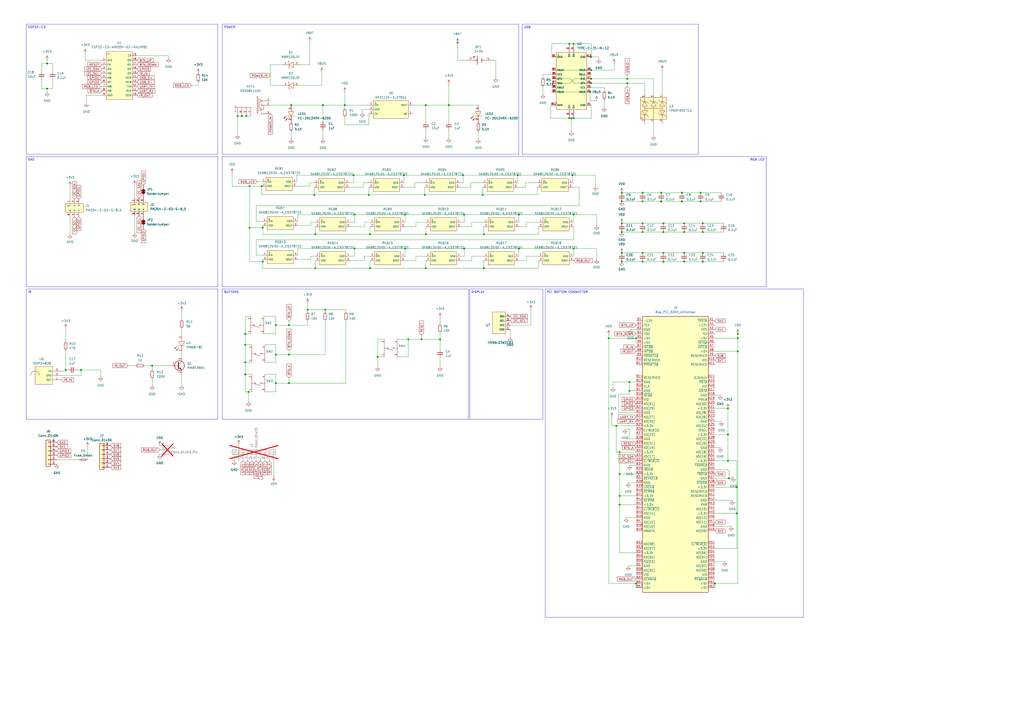
<source format=kicad_sch>
(kicad_sch (version 20231120) (generator "eeschema") (generator_version "8.0")
  (paper "A2")
  (title_block (title "NSEC BADGE 2025"))
  (junction (at 365.125 226.695))
  (junction (at 360.68 151.765))
  (junction (at 182.245 113.03))
  (junction (at 260.35 60.96))
  (junction (at 160.02 188.595))
  (junction (at 359.41 262.255))
  (junction (at 360.68 146.685))
  (junction (at 414.655 338.455))
  (junction (at 205.74 124.46))
  (junction (at 167.64 205.74))
  (junction (at 406.4 111.76))
  (junction (at 353.06 196.215))
  (junction (at 219.075 207.01))
  (junction (at 395.605 111.76))
  (junction (at 280.67 135.89))
  (junction (at 280.67 155.575))
  (junction (at 300.99 124.46))
  (junction (at 144.78 107.95))
  (junction (at 407.67 146.685))
  (junction (at 205.105 101.6))
  (junction (at 144.78 132.08))
  (junction (at 168.91 60.96))
  (junction (at 167.64 222.25))
  (junction (at 396.875 151.765))
  (junction (at 255.27 196.85))
  (junction (at 178.435 179.705))
  (junction (at 137.795 67.31))
  (junction (at 427.99 196.215))
  (junction (at 384.81 151.765))
  (junction (at 213.995 113.03))
  (junction (at 160.02 222.25))
  (junction (at 234.95 124.46))
  (junction (at 365.125 221.615))
  (junction (at 160.02 205.74))
  (junction (at 214.63 135.89))
  (junction (at 368.935 196.215))
  (junction (at 427.99 193.675))
  (junction (at 384.81 146.685))
  (junction (at 372.745 134.62))
  (junction (at 151.765 107.95))
  (junction (at 236.855 196.85))
  (junction (at 372.745 146.685))
  (junction (at 142.24 200.025))
  (junction (at 407.67 134.62))
  (junction (at 269.24 144.145))
  (junction (at 396.875 129.54))
  (junction (at 383.54 116.84))
  (junction (at 46.99 214.63))
  (junction (at 372.745 111.76))
  (junction (at 140.335 67.31))
  (junction (at 142.24 210.185))
  (junction (at 244.475 196.85))
  (junction (at 234.95 144.145))
  (junction (at 422.275 267.335))
  (junction (at 427.355 282.575))
  (junction (at 372.745 151.765))
  (junction (at 363.855 48.26))
  (junction (at 383.54 111.76))
  (junction (at 332.105 101.6))
  (junction (at 142.24 193.675))
  (junction (at 363.855 45.72))
  (junction (at 342.9 45.72))
  (junction (at 247.015 155.575))
  (junction (at 395.605 116.84))
  (junction (at 332.74 144.145))
  (junction (at 265.43 24.765))
  (junction (at 342.9 33.02))
  (junction (at 427.355 297.815))
  (junction (at 152.4 132.08))
  (junction (at 422.275 236.855))
  (junction (at 332.74 124.46))
  (junction (at 152.4 151.765))
  (junction (at 384.81 129.54))
  (junction (at 360.68 111.76))
  (junction (at 187.325 60.96))
  (junction (at 280.035 113.03))
  (junction (at 188.595 179.705))
  (junction (at 342.9 48.26))
  (junction (at 368.935 338.455))
  (junction (at 38.1 214.63))
  (junction (at 396.875 134.62))
  (junction (at 247.015 135.89))
  (junction (at 330.2 25.4))
  (junction (at 182.88 135.89))
  (junction (at 234.315 101.6))
  (junction (at 27.305 51.435))
  (junction (at 332.74 25.4))
  (junction (at 246.38 113.03))
  (junction (at 142.875 67.31))
  (junction (at 422.275 252.095))
  (junction (at 142.24 217.17))
  (junction (at 359.41 292.735))
  (junction (at 269.24 124.46))
  (junction (at 88.265 212.09))
  (junction (at 360.68 134.62))
  (junction (at 300.355 101.6))
  (junction (at 247.015 60.96))
  (junction (at 342.265 53.34))
  (junction (at 144.145 227.33))
  (junction (at 182.88 155.575))
  (junction (at 332.74 68.58))
  (junction (at 357.505 247.015))
  (junction (at 360.68 129.54))
  (junction (at 396.875 146.685))
  (junction (at 300.99 144.145))
  (junction (at 268.605 101.6))
  (junction (at 167.64 188.595))
  (junction (at 200.025 60.96))
  (junction (at 330.2 68.58))
  (junction (at 407.67 129.54))
  (junction (at 205.74 144.145))
  (junction (at 27.305 36.83))
  (junction (at 359.41 274.955))
  (junction (at 359.41 287.655))
  (junction (at 427.99 203.835))
  (junction (at 406.4 116.84))
  (junction (at 372.745 129.54))
  (junction (at 422.91 277.495))
  (junction (at 331.47 68.58))
  (junction (at 360.68 116.84))
  (junction (at 372.745 116.84))
  (junction (at 407.67 151.765))
  (junction (at 342.9 40.64))
  (junction (at 384.81 134.62))
  (junction (at 214.63 155.575))
  (bus_entry (at -969.645 -440.055) (size 2.54 2.54))
  (wire (pts (xy 353.06 196.215) (xy 368.935 196.215)))
  (wire (pts (xy 178.435 175.895) (xy 178.435 179.705)))
  (wire (pts (xy 407.67 151.765) (xy 419.735 151.765)))
  (wire (pts (xy 314.96 43.18) (xy 320.04 43.18)))
  (wire (pts (xy 384.81 134.62) (xy 396.875 134.62)))
  (wire (pts (xy 342.9 33.02) (xy 347.345 33.02)))
  (wire (pts (xy 213.995 63.5) (xy 210.185 63.5)))
  (wire (pts (xy 255.27 202.565) (xy 255.27 196.85)))
  (wire (pts (xy 359.41 262.255) (xy 368.935 262.255)))
  (wire (pts (xy 414.655 305.435) (xy 424.18 305.435)))
  (wire (pts (xy 414.655 338.455) (xy 427.99 338.455)))
  (wire (pts (xy 280.67 135.89) (xy 280.67 131.445)))
  (wire (pts (xy 78.105 107.315) (xy 78.105 114.935)))
  (wire (pts (xy 372.745 116.84) (xy 383.54 116.84)))
  (wire (pts (xy 383.54 111.76) (xy 395.605 111.76)))
  (wire (pts (xy 342.9 68.58) (xy 342.9 60.96)))
  (wire (pts (xy 332.74 124.46) (xy 332.74 128.905)))
  (wire (pts (xy 312.42 155.575) (xy 312.42 151.13)))
  (wire (pts (xy 24.13 36.83) (xy 27.305 36.83)))
  (wire (pts (xy 172.72 150.495) (xy 180.34 150.495)))
  (wire (pts (xy 172.72 130.81) (xy 180.34 130.81)))
  (wire (pts (xy 320.04 33.02) (xy 320.04 25.4)))
  (wire (pts (xy 49.53 34.925) (xy 59.055 34.925)))
  (wire (pts (xy 234.95 124.46) (xy 269.24 124.46)))
  (wire (pts (xy 202.565 108.585) (xy 210.82 108.585)))
  (wire (pts (xy 379.095 78.74) (xy 379.095 71.755)))
  (wire (pts (xy 167.64 203.2) (xy 167.64 205.74)))
  (wire (pts (xy 205.105 101.6) (xy 234.315 101.6)))
  (wire (pts (xy 160.02 183.515) (xy 160.02 188.595)))
  (wire (pts (xy 319.405 68.58) (xy 330.2 68.58)))
  (wire (pts (xy 244.475 194.31) (xy 244.475 196.85)))
  (wire (pts (xy 331.47 68.58) (xy 331.47 76.2)))
  (wire (pts (xy 142.24 227.33) (xy 144.145 227.33)))
  (wire (pts (xy 365.76 191.135) (xy 368.935 191.135)))
  (wire (pts (xy 368.935 196.215) (xy 368.935 198.755)))
  (wire (pts (xy 188.595 205.74) (xy 167.64 205.74)))
  (wire (pts (xy 200.025 60.96) (xy 213.995 60.96)))
  (wire (pts (xy 359.41 274.955) (xy 359.41 287.655)))
  (wire (pts (xy 265.43 23.495) (xy 265.43 24.765)))
  (wire (pts (xy 219.075 207.01) (xy 219.075 212.725)))
  (wire (pts (xy 148.59 139.065) (xy 148.59 147.955)))
  (wire (pts (xy 105.41 180.34) (xy 105.41 185.42)))
  (wire (pts (xy 358.775 239.395) (xy 368.935 239.395)))
  (wire (pts (xy 266.7 106.045) (xy 268.605 106.045)))
  (wire (pts (xy 156.845 60.96) (xy 168.91 60.96)))
  (wire (pts (xy 144.78 107.95) (xy 144.78 132.08)))
  (wire (pts (xy 172.085 101.6) (xy 205.105 101.6)))
  (wire (pts (xy 332.74 144.145) (xy 346.075 144.145)))
  (wire (pts (xy 346.075 144.145) (xy 346.075 150.495)))
  (wire (pts (xy 137.795 67.31) (xy 140.335 67.31)))
  (wire (pts (xy 97.79 33.655) (xy 97.79 32.385)))
  (wire (pts (xy 332.105 108.585) (xy 335.915 108.585)))
  (wire (pts (xy 406.4 116.84) (xy 418.465 116.84)))
  (wire (pts (xy 304.8 108.585) (xy 304.8 106.045)))
  (wire (pts (xy 319.405 60.96) (xy 320.04 60.96)))
  (wire (pts (xy 172.72 124.46) (xy 205.74 124.46)))
  (wire (pts (xy 88.265 212.09) (xy 97.79 212.09)))
  (wire (pts (xy 240.665 106.045) (xy 246.38 106.045)))
  (wire (pts (xy 27.305 36.83) (xy 30.48 36.83)))
  (wire (pts (xy 205.74 144.145) (xy 234.95 144.145)))
  (wire (pts (xy 205.74 124.46) (xy 205.74 128.905)))
  (wire (pts (xy 364.49 328.295) (xy 368.935 328.295)))
  (wire (pts (xy 333.375 48.26) (xy 342.9 48.26)))
  (wire (pts (xy 365.125 269.875) (xy 368.935 269.875)))
  (wire (pts (xy 407.67 146.685) (xy 419.735 146.685)))
  (wire (pts (xy 265.43 34.925) (xy 265.43 24.765)))
  (wire (pts (xy 105.41 190.5) (xy 105.41 194.31)))
  (wire (pts (xy 187.325 60.96) (xy 200.025 60.96)))
  (wire (pts (xy 365.125 254.635) (xy 368.935 254.635)))
  (wire (pts (xy 396.875 134.62) (xy 407.67 134.62)))
  (wire (pts (xy 50.8 259.08) (xy 50.8 266.7)))
  (wire (pts (xy 350.52 62.23) (xy 350.52 57.785)))
  (wire (pts (xy 58.42 50.165) (xy 59.055 50.165)))
  (wire (pts (xy 200.025 72.39) (xy 213.995 72.39)))
  (wire (pts (xy 255.27 207.645) (xy 255.27 212.725)))
  (wire (pts (xy 180.34 148.59) (xy 182.88 148.59)))
  (wire (pts (xy 182.88 135.89) (xy 214.63 135.89)))
  (wire (pts (xy 219.075 196.85) (xy 219.075 207.01)))
  (wire (pts (xy 222.885 196.85) (xy 219.075 196.85)))
  (wire (pts (xy 330.2 25.4) (xy 332.74 25.4)))
  (wire (pts (xy 160.02 222.25) (xy 167.64 222.25)))
  (wire (pts (xy 234.95 144.145) (xy 269.24 144.145)))
  (wire (pts (xy 427.355 297.815) (xy 427.355 318.135)))
  (wire (pts (xy 236.855 207.01) (xy 236.855 196.85)))
  (wire (pts (xy 210.185 63.5) (xy 210.185 65.405)))
  (wire (pts (xy 353.06 194.31) (xy 353.06 196.215)))
  (wire (pts (xy 305.435 148.59) (xy 312.42 148.59)))
  (wire (pts (xy 240.665 106.045) (xy 240.665 108.585)))
  (wire (pts (xy 374.015 48.26) (xy 374.015 53.975)))
  (wire (pts (xy 267.335 131.445) (xy 273.685 131.445)))
  (wire (pts (xy 200.025 72.39) (xy 200.025 67.945)))
  (wire (pts (xy 422.275 273.05) (xy 422.275 272.415)))
  (wire (pts (xy 365.125 226.695) (xy 365.125 228.6)))
  (wire (pts (xy 305.435 151.13) (xy 305.435 148.59)))
  (wire (pts (xy 145.415 183.515) (xy 142.24 183.515)))
  (wire (pts (xy 148.59 147.955) (xy 152.4 147.955)))
  (wire (pts (xy 168.91 80.645) (xy 168.91 76.2)))
  (wire (pts (xy 142.875 67.31) (xy 145.415 67.31)))
  (wire (pts (xy 203.2 128.905) (xy 205.74 128.905)))
  (wire (pts (xy 333.375 45.72) (xy 342.9 45.72)))
  (wire (pts (xy 39.37 214.63) (xy 38.1 214.63)))
  (wire (pts (xy 144.145 227.33) (xy 146.05 227.33)))
  (wire (pts (xy 363.22 300.355) (xy 368.935 300.355)))
  (wire (pts (xy 140.335 67.31) (xy 142.875 67.31)))
  (wire (pts (xy 363.855 50.165) (xy 363.855 48.26)))
  (wire (pts (xy 332.74 124.46) (xy 346.075 124.46)))
  (wire (pts (xy 307.975 188.595) (xy 295.91 188.595)))
  (wire (pts (xy 203.2 131.445) (xy 211.455 131.445)))
  (wire (pts (xy 152.4 130.81) (xy 152.4 132.08)))
  (wire (pts (xy 422.275 272.415) (xy 414.655 272.415)))
  (wire (pts (xy 300.355 108.585) (xy 304.8 108.585)))
  (wire (pts (xy 149.225 105.41) (xy 151.765 105.41)))
  (wire (pts (xy 142.24 217.17) (xy 142.24 227.33)))
  (wire (pts (xy 200.025 53.34) (xy 200.025 60.96)))
  (wire (pts (xy 300.355 101.6) (xy 332.105 101.6)))
  (wire (pts (xy 241.3 128.905) (xy 241.3 131.445)))
  (wire (pts (xy 187.325 70.485) (xy 187.325 60.96)))
  (wire (pts (xy 172.72 147.955) (xy 172.72 144.145)))
  (wire (pts (xy 372.745 129.54) (xy 384.81 129.54)))
  (wire (pts (xy 266.7 108.585) (xy 273.05 108.585)))
  (wire (pts (xy 320.04 45.72) (xy 330.835 45.72)))
  (wire (pts (xy 24.13 51.435) (xy 27.305 51.435)))
  (wire (pts (xy 152.4 150.495) (xy 152.4 151.765)))
  (wire (pts (xy 145.415 193.675) (xy 142.24 193.675)))
  (wire (pts (xy 153.67 200.025) (xy 160.02 200.025)))
  (wire (pts (xy 247.015 155.575) (xy 214.63 155.575)))
  (wire (pts (xy 156.845 49.53) (xy 163.83 49.53)))
  (wire (pts (xy 111.125 49.53) (xy 114.935 49.53)))
  (wire (pts (xy 200.025 62.865) (xy 200.025 60.96)))
  (wire (pts (xy 234.95 151.13) (xy 241.3 151.13)))
  (wire (pts (xy 167.64 222.25) (xy 200.66 222.25)))
  (wire (pts (xy 332.74 139.065) (xy 148.59 139.065)))
  (wire (pts (xy 407.67 134.62) (xy 419.735 134.62)))
  (wire (pts (xy 167.64 188.595) (xy 178.435 188.595)))
  (wire (pts (xy 269.24 144.145) (xy 269.24 148.59)))
  (wire (pts (xy 260.35 48.895) (xy 260.35 60.96)))
  (wire (pts (xy 300.99 124.46) (xy 332.74 124.46)))
  (wire (pts (xy 280.67 155.575) (xy 280.67 151.13)))
  (wire (pts (xy 58.42 214.63) (xy 58.42 218.44)))
  (wire (pts (xy 172.72 144.145) (xy 205.74 144.145)))
  (wire (pts (xy 186.69 41.91) (xy 186.69 49.53)))
  (wire (pts (xy 40.64 107.95) (xy 40.64 115.57)))
  (wire (pts (xy 427.99 193.675) (xy 427.99 196.215)))
  (wire (pts (xy 211.455 151.13) (xy 211.455 148.59)))
  (wire (pts (xy 137.795 67.31) (xy 137.795 78.105)))
  (wire (pts (xy 188.595 179.705) (xy 200.66 179.705)))
  (wire (pts (xy 179.705 107.95) (xy 179.705 106.045)))
  (wire (pts (xy 38.1 190.5) (xy 38.1 198.12)))
  (wire (pts (xy 414.655 196.215) (xy 427.99 196.215)))
  (wire (pts (xy 182.88 135.89) (xy 182.88 131.445)))
  (wire (pts (xy 427.99 196.215) (xy 427.99 203.835)))
  (wire (pts (xy 287.655 34.925) (xy 287.655 45.085)))
  (wire (pts (xy 424.815 290.195) (xy 414.655 290.195)))
  (wire (pts (xy 182.245 113.03) (xy 182.245 108.585)))
  (wire (pts (xy 46.99 214.63) (xy 44.45 214.63)))
  (wire (pts (xy 359.41 287.655) (xy 359.41 292.735)))
  (wire (pts (xy 359.41 287.655) (xy 368.935 287.655)))
  (wire (pts (xy 427.99 203.835) (xy 414.655 203.835)))
  (wire (pts (xy 273.685 151.13) (xy 273.685 148.59)))
  (wire (pts (xy 332.74 144.145) (xy 332.74 148.59)))
  (wire (pts (xy 222.885 207.01) (xy 219.075 207.01)))
  (wire (pts (xy 314.96 43.18) (xy 314.96 45.085)))
  (wire (pts (xy 427.355 267.335) (xy 422.275 267.335)))
  (wire (pts (xy 203.2 148.59) (xy 205.74 148.59)))
  (wire (pts (xy 83.82 212.09) (xy 88.265 212.09)))
  (wire (pts (xy 332.105 101.6) (xy 345.44 101.6)))
  (wire (pts (xy 152.4 132.08) (xy 144.78 132.08)))
  (wire (pts (xy 345.44 101.6) (xy 345.44 107.95)))
  (wire (pts (xy 234.95 131.445) (xy 241.3 131.445)))
  (wire (pts (xy 151.765 107.95) (xy 151.765 113.03)))
  (wire (pts (xy 300.355 101.6) (xy 300.355 106.045)))
  (wire (pts (xy 38.1 215.265) (xy 35.56 215.265)))
  (wire (pts (xy 24.13 41.275) (xy 24.13 36.83)))
  (wire (pts (xy 424.815 276.86) (xy 424.815 277.495)))
  (wire (pts (xy 357.505 247.015) (xy 357.505 262.255)))
  (wire (pts (xy 350.52 50.8) (xy 342.9 50.8)))
  (wire (pts (xy 273.685 131.445) (xy 273.685 128.905)))
  (wire (pts (xy 144.145 227.33) (xy 144.145 233.045)))
  (wire (pts (xy 280.035 113.03) (xy 311.785 113.03)))
  (wire (pts (xy 163.83 37.465) (xy 156.845 37.465)))
  (wire (pts (xy 347.345 33.02) (xy 347.345 34.29)))
  (wire (pts (xy 97.79 32.385) (xy 79.375 32.385)))
  (wire (pts (xy 38.1 203.2) (xy 38.1 214.63)))
  (wire (pts (xy 142.24 183.515) (xy 142.24 193.675)))
  (wire (pts (xy 40.64 135.89) (xy 40.64 125.73)))
  (wire (pts (xy 354.965 247.015) (xy 357.505 247.015)))
  (wire (pts (xy 160.02 217.17) (xy 153.67 217.17)))
  (wire (pts (xy 418.465 244.475) (xy 414.655 244.475)))
  (wire (pts (xy 50.165 59.69) (xy 50.165 55.245)))
  (wire (pts (xy 27.305 51.435) (xy 30.48 51.435)))
  (wire (pts (xy 342.9 48.26) (xy 363.855 48.26)))
  (wire (pts (xy 357.505 262.255) (xy 359.41 262.255)))
  (wire (pts (xy 158.75 276.225) (xy 158.75 267.335)))
  (wire (pts (xy 105.41 204.47) (xy 105.41 207.01)))
  (wire (pts (xy 35.56 217.805) (xy 46.99 217.805)))
  (wire (pts (xy 267.335 128.905) (xy 269.24 128.905)))
  (wire (pts (xy 360.68 116.84) (xy 372.745 116.84)))
  (wire (pts (xy 142.24 200.025) (xy 146.05 200.025)))
  (wire (pts (xy 350.52 52.705) (xy 350.52 50.8)))
  (wire (pts (xy 230.505 207.01) (xy 236.855 207.01)))
  (wire (pts (xy 422.275 267.335) (xy 414.655 267.335)))
  (wire (pts (xy 247.015 155.575) (xy 247.015 151.13)))
  (wire (pts (xy 182.88 155.575) (xy 182.88 151.13)))
  (wire (pts (xy 359.41 292.735) (xy 359.41 320.675)))
  (wire (pts (xy 425.45 276.86) (xy 424.815 276.86)))
  (wire (pts (xy 330.2 68.58) (xy 331.47 68.58)))
  (wire (pts (xy 246.38 113.03) (xy 246.38 108.585)))
  (wire (pts (xy 422.275 236.855) (xy 414.655 236.855)))
  (wire (pts (xy 277.495 80.645) (xy 277.495 76.2)))
  (wire (pts (xy 211.455 148.59) (xy 214.63 148.59)))
  (wire (pts (xy 234.315 101.6) (xy 234.315 106.045)))
  (wire (pts (xy 156.845 37.465) (xy 156.845 49.53)))
  (wire (pts (xy 49.53 31.115) (xy 49.53 34.925)))
  (wire (pts (xy 172.085 105.41) (xy 172.085 101.6)))
  (wire (pts (xy 152.4 151.765) (xy 144.78 151.765)))
  (wire (pts (xy 211.455 131.445) (xy 211.455 128.905)))
  (wire (pts (xy 363.855 43.815) (xy 363.855 45.72)))
  (wire (pts (xy 427.99 338.455) (xy 427.99 203.835)))
  (wire (pts (xy 346.075 124.46) (xy 346.075 130.81)))
  (wire (pts (xy 241.3 128.905) (xy 247.015 128.905)))
  (wire (pts (xy 300.99 131.445) (xy 305.435 131.445)))
  (wire (pts (xy 396.875 151.765) (xy 407.67 151.765)))
  (wire (pts (xy 144.78 107.95) (xy 151.765 107.95)))
  (wire (pts (xy 305.435 128.905) (xy 312.42 128.905)))
  (wire (pts (xy 188.595 186.055) (xy 188.595 205.74)))
  (wire (pts (xy 406.4 111.76) (xy 418.465 111.76)))
  (wire (pts (xy 178.435 186.055) (xy 178.435 188.595)))
  (wire (pts (xy 314.96 54.61) (xy 314.96 50.165)))
  (wire (pts (xy 153.035 183.515) (xy 160.02 183.515)))
  (wire (pts (xy 188.595 179.705) (xy 188.595 180.975)))
  (wire (pts (xy 355.6 221.615) (xy 355.6 224.79)))
  (wire (pts (xy 30.48 36.83) (xy 30.48 41.275)))
  (wire (pts (xy 260.35 60.96) (xy 260.35 70.485)))
  (wire (pts (xy 153.035 193.675) (xy 160.02 193.675)))
  (wire (pts (xy 260.35 60.96) (xy 277.495 60.96)))
  (wire (pts (xy 414.655 282.575) (xy 427.355 282.575)))
  (wire (pts (xy 342.9 25.4) (xy 342.9 33.02)))
  (wire (pts (xy 422.275 252.095) (xy 414.655 252.095)))
  (wire (pts (xy 230.505 196.85) (xy 236.855 196.85)))
  (wire (pts (xy 417.83 259.715) (xy 414.655 259.715)))
  (wire (pts (xy 30.48 46.355) (xy 30.48 51.435)))
  (wire (pts (xy 273.685 128.905) (xy 280.67 128.905)))
  (wire (pts (xy 182.88 155.575) (xy 214.63 155.575)))
  (wire (pts (xy 46.99 214.63) (xy 46.99 217.805)))
  (wire (pts (xy 179.705 24.13) (xy 179.705 37.465)))
  (wire (pts (xy 332.74 131.445) (xy 332.74 139.065)))
  (wire (pts (xy 365.125 221.615) (xy 365.125 226.695)))
  (wire (pts (xy 356.235 40.64) (xy 356.235 36.83)))
  (wire (pts (xy 332.74 68.58) (xy 342.9 68.58)))
  (wire (pts (xy 151.765 113.03) (xy 182.245 113.03)))
  (wire (pts (xy 332.74 25.4) (xy 342.9 25.4)))
  (wire (pts (xy 372.745 146.685) (xy 384.81 146.685)))
  (wire (pts (xy 239.395 60.96) (xy 247.015 60.96)))
  (wire (pts (xy 148.59 128.27) (xy 152.4 128.27)))
  (wire (pts (xy 134.62 107.95) (xy 144.78 107.95)))
  (wire (pts (xy 379.095 45.72) (xy 379.095 53.975)))
  (wire (pts (xy 353.06 338.455) (xy 368.935 338.455)))
  (wire (pts (xy 105.41 223.52) (xy 105.41 217.17)))
  (wire (pts (xy 384.81 129.54) (xy 396.875 129.54)))
  (wire (pts (xy 167.64 219.075) (xy 167.64 222.25)))
  (wire (pts (xy 210.82 108.585) (xy 210.82 106.045)))
  (wire (pts (xy 360.68 111.76) (xy 372.745 111.76)))
  (wire (pts (xy 417.83 229.235) (xy 414.655 229.235)))
  (wire (pts (xy 363.855 48.26) (xy 374.015 48.26)))
  (wire (pts (xy 78.74 212.09) (xy 74.295 212.09)))
  (wire (pts (xy 427.355 282.575) (xy 427.355 267.335)))
  (wire (pts (xy 180.34 128.905) (xy 182.88 128.905)))
  (wire (pts (xy 241.3 148.59) (xy 241.3 151.13)))
  (wire (pts (xy 268.605 101.6) (xy 300.355 101.6)))
  (wire (pts (xy 269.24 144.145) (xy 300.99 144.145)))
  (wire (pts (xy 144.78 151.765) (xy 144.78 132.08)))
  (wire (pts (xy 205.74 144.145) (xy 205.74 148.59)))
  (wire (pts (xy 268.605 101.6) (xy 268.605 106.045)))
  (wire (pts (xy 342.265 58.42) (xy 346.075 58.42)))
  (wire (pts (xy 58.42 214.63) (xy 46.99 214.63)))
  (wire (pts (xy 180.34 150.495) (xy 180.34 148.59)))
  (wire (pts (xy 270.51 34.925) (xy 265.43 34.925)))
  (wire (pts (xy 407.67 129.54) (xy 419.735 129.54)))
  (wire (pts (xy 142.24 200.025) (xy 142.24 210.185)))
  (wire (pts (xy 368.935 338.455) (xy 368.935 340.995)))
  (wire (pts (xy 142.24 210.185) (xy 142.24 217.17)))
  (wire (pts (xy 342.9 45.72) (xy 363.855 45.72)))
  (wire (pts (xy 138.43 257.81) (xy 138.43 267.335)))
  (wire (pts (xy 260.35 80.01) (xy 260.35 75.565)))
  (wire (pts (xy 320.04 25.4) (xy 330.2 25.4)))
  (wire (pts (xy 203.2 151.13) (xy 211.455 151.13)))
  (wire (pts (xy 335.915 119.38) (xy 148.59 119.38)))
  (wire (pts (xy 210.82 106.045) (xy 213.995 106.045)))
  (wire (pts (xy 146.05 217.17) (xy 142.24 217.17)))
  (wire (pts (xy 234.95 144.145) (xy 234.95 148.59)))
  (wire (pts (xy 342.265 53.34) (xy 342.9 53.34)))
  (wire (pts (xy 180.34 130.81) (xy 180.34 128.905)))
  (wire (pts (xy 359.41 292.735) (xy 368.935 292.735)))
  (wire (pts (xy 152.4 135.89) (xy 152.4 132.08)))
  (wire (pts (xy 365.125 228.6) (xy 358.775 228.6)))
  (wire (pts (xy 247.015 155.575) (xy 280.67 155.575)))
  (wire (pts (xy 354.965 241.935) (xy 354.965 247.015)))
  (wire (pts (xy 234.95 124.46) (xy 234.95 128.905)))
  (wire (pts (xy 372.745 151.765) (xy 384.81 151.765)))
  (wire (pts (xy 300.99 151.13) (xy 305.435 151.13)))
  (wire (pts (xy 236.855 196.85) (xy 244.475 196.85)))
  (wire (pts (xy 88.265 212.09) (xy 88.265 214.63)))
  (wire (pts (xy 384.175 40.64) (xy 384.175 53.975)))
  (wire (pts (xy 247.015 60.96) (xy 247.015 70.485)))
  (wire (pts (xy 247.015 60.96) (xy 260.35 60.96)))
  (wire (pts (xy 160.02 205.74) (xy 160.02 210.185)))
  (wire (pts (xy 304.8 106.045) (xy 311.785 106.045)))
  (wire (pts (xy 152.4 155.575) (xy 152.4 151.765)))
  (wire (pts (xy 362.585 248.92) (xy 365.125 248.92)))
  (wire (pts (xy 152.4 155.575) (xy 182.88 155.575)))
  (wire (pts (xy 365.125 221.615) (xy 355.6 221.615)))
  (wire (pts (xy 167.64 205.74) (xy 160.02 205.74)))
  (wire (pts (xy 365.125 226.695) (xy 368.935 226.695)))
  (wire (pts (xy 332.105 101.6) (xy 332.105 106.045)))
  (wire (pts (xy 422.275 267.335) (xy 422.275 252.095)))
  (wire (pts (xy 307.975 179.705) (xy 307.975 188.595)))
  (wire (pts (xy 342.9 40.64) (xy 356.235 40.64)))
  (wire (pts (xy 427.99 193.04) (xy 427.99 193.675)))
  (wire (pts (xy 153.67 227.33) (xy 160.02 227.33)))
  (wire (pts (xy 160.02 200.025) (xy 160.02 205.74)))
  (wire (pts (xy 244.475 196.85) (xy 255.27 196.85)))
  (wire (pts (xy 247.015 135.89) (xy 247.015 131.445)))
  (wire (pts (xy 414.655 340.995) (xy 414.655 338.455)))
  (wire (pts (xy 280.035 113.03) (xy 280.035 108.585)))
  (wire (pts (xy 88.265 223.52) (xy 88.265 219.71)))
  (wire (pts (xy 148.59 119.38) (xy 148.59 128.27)))
  (wire (pts (xy 360.68 134.62) (xy 372.745 134.62)))
  (wire (pts (xy 384.81 151.765) (xy 396.875 151.765)))
  (wire (pts (xy 427.355 282.575) (xy 427.355 297.815)))
  (wire (pts (xy 396.875 129.54) (xy 407.67 129.54)))
  (wire (pts (xy 160.02 193.675) (xy 160.02 188.595)))
  (wire (pts (xy 153.67 210.185) (xy 160.02 210.185)))
  (wire (pts (xy 357.505 247.015) (xy 368.935 247.015)))
  (wire (pts (xy 358.775 239.395) (xy 358.775 228.6)))
  (wire (pts (xy 311.785 113.03) (xy 311.785 108.585)))
  (wire (pts (xy 173.99 49.53) (xy 186.69 49.53)))
  (wire (pts (xy 359.41 274.955) (xy 368.935 274.955)))
  (wire (pts (xy 267.335 151.13) (xy 273.685 151.13)))
  (wire (pts (xy 372.745 134.62) (xy 384.81 134.62)))
  (wire (pts (xy 320.04 48.26) (xy 330.835 48.26)))
  (wire (pts (xy 213.995 72.39) (xy 213.995 66.04)))
  (wire (pts (xy 365.125 248.92) (xy 365.125 254.635)))
  (wire (pts (xy 78.105 135.255) (xy 78.105 125.095)))
  (wire (pts (xy 160.02 217.17) (xy 160.02 222.25)))
  (wire (pts (xy 364.49 280.035) (xy 368.935 280.035)))
  (wire (pts (xy 269.24 124.46) (xy 269.24 128.905)))
  (wire (pts (xy 255.27 196.85) (xy 255.27 193.04)))
  (wire (pts (xy 213.995 108.585) (xy 213.995 113.03)))
  (wire (pts (xy 395.605 111.76) (xy 406.4 111.76)))
  (wire (pts (xy 372.745 111.76) (xy 383.54 111.76)))
  (wire (pts (xy 295.91 195.58) (xy 295.91 191.135)))
  (wire (pts (xy 414.655 277.495) (xy 422.91 277.495)))
  (wire (pts (xy 395.605 116.84) (xy 406.4 116.84)))
  (wire (pts (xy 320.04 40.64) (xy 342.9 40.64)))
  (wire (pts (xy 200.66 179.705) (xy 200.66 180.975)))
  (wire (pts (xy 273.05 108.585) (xy 273.05 106.045)))
  (wire (pts (xy 396.875 146.685) (xy 407.67 146.685)))
  (wire (pts (xy 142.24 210.185) (xy 146.05 210.185)))
  (wire (pts (xy 33.02 266.7) (xy 45.72 266.7)))
  (wire (pts (xy 383.54 116.84) (xy 395.605 116.84)))
  (wire (pts (xy 246.38 113.03) (xy 280.035 113.03)))
  (wire (pts (xy 255.27 184.15) (xy 255.27 187.96)))
  (wire (pts (xy 359.41 320.675) (xy 368.935 320.675)))
  (wire (pts (xy 319.405 60.96) (xy 319.405 68.58)))
  (wire (pts (xy 300.99 144.145) (xy 300.99 148.59)))
  (wire (pts (xy 360.68 146.685) (xy 372.745 146.685)))
  (wire (pts (xy 172.085 107.95) (xy 179.705 107.95)))
  (wire (pts (xy 414.655 318.135) (xy 427.355 318.135)))
  (wire (pts (xy 205.74 124.46) (xy 234.95 124.46)))
  (wire (pts (xy 300.99 144.145) (xy 332.74 144.145)))
  (wire (pts (xy 422.275 273.05) (xy 422.91 273.05)))
  (wire (pts (xy 168.91 60.96) (xy 187.325 60.96)))
  (wire (pts (xy 134.62 100.33) (xy 134.62 107.95)))
  (wire (pts (xy 178.435 179.705) (xy 188.595 179.705)))
  (wire (pts (xy 424.815 277.495) (xy 422.91 277.495)))
  (wire (pts (xy 214.63 151.13) (xy 214.63 155.575)))
  (wire (pts (xy 247.015 135.89) (xy 214.63 135.89)))
  (wire (pts (xy 211.455 128.905) (xy 214.63 128.905)))
  (wire (pts (xy 179.705 37.465) (xy 173.99 37.465)))
  (wire (pts (xy 247.015 135.89) (xy 280.67 135.89)))
  (wire (pts (xy 205.105 101.6) (xy 205.105 106.045)))
  (wire (pts (xy 320.04 53.34) (xy 342.265 53.34)))
  (wire (pts (xy 312.42 135.89) (xy 312.42 131.445)))
  (wire (pts (xy 247.015 80.01) (xy 247.015 75.565)))
  (wire (pts (xy 214.63 131.445) (xy 214.63 135.89)))
  (wire (pts (xy 38.1 215.265) (xy 38.1 214.63)))
  (wire (pts (xy 172.72 128.27) (xy 172.72 124.46)))
  (wire (pts (xy 384.81 146.685) (xy 396.875 146.685)))
  (wire (pts (xy 200.66 222.25) (xy 200.66 186.055)))
  (wire (pts (xy 142.24 193.675) (xy 142.24 200.025)))
  (wire (pts (xy 24.13 46.355) (xy 24.13 51.435)))
  (wire (pts (xy 330.835 45.72) (xy 333.375 48.26)))
  (wire (pts (xy 360.68 151.765) (xy 372.745 151.765)))
  (wire (pts (xy 330.835 48.26) (xy 333.375 45.72)))
  (wire (pts (xy 234.315 101.6) (xy 268.605 101.6)))
  (wire (pts (xy 114.935 49.53) (xy 114.935 47.625)))
  (wire (pts (xy 422.275 252.095) (xy 422.275 236.855)))
  (wire (pts (xy 414.655 297.815) (xy 427.355 297.815)))
  (wire (pts (xy 50.165 55.245) (xy 59.055 55.245)))
  (wire (pts (xy 182.245 113.03) (xy 213.995 113.03)))
  (wire (pts (xy 422.91 273.05) (xy 422.91 277.495)))
  (wire (pts (xy 335.915 108.585) (xy 335.915 119.38)))
  (wire (pts (xy 160.02 222.25) (xy 160.02 227.33)))
  (wire (pts (xy 202.565 106.045) (xy 205.105 106.045)))
  (wire (pts (xy 305.435 131.445) (xy 305.435 128.905)))
  (wire (pts (xy 353.06 196.215) (xy 353.06 338.455)))
  (wire (pts (xy 360.68 129.54) (xy 372.745 129.54)))
  (wire (pts (xy 365.125 221.615) (xy 368.935 221.615)))
  (wire (pts (xy 246.38 113.03) (xy 213.995 113.03)))
  (wire (pts (xy 359.41 262.255) (xy 359.41 274.955)))
  (wire (pts (xy 285.75 34.925) (xy 287.655 34.925)))
  (wire (pts (xy 27.305 34.925) (xy 27.305 36.83)))
  (wire (pts (xy 342.265 53.34) (xy 342.265 58.42)))
  (wire (pts (xy 280.67 135.89) (xy 312.42 135.89)))
  (wire (pts (xy 187.325 75.565) (xy 187.325 80.645)))
  (wire (pts (xy 167.64 186.055) (xy 167.64 188.595)))
  (wire (pts (xy 241.3 148.59) (xy 247.015 148.59)))
  (wire (pts (xy 273.685 148.59) (xy 280.67 148.59)))
  (wire (pts (xy 267.335 148.59) (xy 269.24 148.59)))
  (wire (pts (xy 160.02 188.595) (xy 167.64 188.595)))
  (wire (pts (xy 300.99 124.46) (xy 300.99 128.905)))
  (wire (pts (xy 420.37 325.755) (xy 414.655 325.755)))
  (wire (pts (xy 363.855 45.72) (xy 379.095 45.72)))
  (wire (pts (xy 273.05 106.045) (xy 280.035 106.045)))
  (wire (pts (xy 280.67 155.575) (xy 312.42 155.575)))
  (wire (pts (xy 234.315 108.585) (xy 240.665 108.585)))
  (wire (pts (xy 27.305 51.435) (xy 27.305 53.34)))
  (wire (pts (xy 331.47 68.58) (xy 332.74 68.58)))
  (wire (pts (xy 269.24 124.46) (xy 300.99 124.46)))
  (wire (pts (xy 152.4 135.89) (xy 182.88 135.89)))
  (wire (pts (xy 179.705 106.045) (xy 182.245 106.045)))
  (wire (pts (xy 178.435 179.705) (xy 178.435 180.975)))
  (text_box "IR" (at 15.24 167.64 0) (size 111.125 75.565) (effects (font (size 1.27 1.27)) (justify left top)))
  (text_box "ESP32-C3" (at 15.24 13.97 0) (size 111.125 75.565) (effects (font (size 1.27 1.27)) (justify left top)))
  (text_box "POWER" (at 128.905 13.97 0) (size 172.085 75.565) (effects (font (size 1.27 1.27)) (justify left top)))
  (text_box "RGB LED" (at 128.905 90.805 0) (size 315.595 75.565) (effects (font (size 1.27 1.27)) (justify right top)))
  (text_box "USB" (at 302.895 13.97 0) (size 102.235 75.565) (effects (font (size 1.27 1.27)) (justify left top)))
  (text_box "BUTTONS" (at 128.905 167.64 0) (size 142.875 75.565) (effects (font (size 1.27 1.27)) (justify left top)))
  (text_box "SAO" (at 15.24 90.805 0) (size 111.125 75.565) (effects (font (size 1.27 1.27)) (justify left top)))
  (text_box "PCI BOTTOM CONNECTOR" (at 316.23 167.64 0) (size 149.86 190.5) (effects (font (size 1.27 1.27)) (justify left top)))
  (text_box "DISPLAY" (at 272.415 167.64 0) (size 42.545 75.565) (effects (font (size 1.27 1.27)) (justify left top)))
  (global_label "IR_OUT" (shape input) (at 74.295 212.09 180) (property "Intersheetrefs" "${INTERSHEET_REFS}" (effects (hide yes))))
  (global_label "I2C_SDA" (shape input) (at 368.935 264.795 180) (property "Intersheetrefs" "${INTERSHEET_REFS}" (effects (hide yes))))
  (global_label "IR_IN" (shape input) (at 368.935 201.295 180) (property "Intersheetrefs" "${INTERSHEET_REFS}" (effects (hide yes))))
  (global_label "RGB_LED" (shape input) (at 111.125 49.53 180) (property "Intersheetrefs" "${INTERSHEET_REFS}" (effects (hide yes))))
  (global_label "SV3" (shape input) (at 64.135 271.145 0) (property "Intersheetrefs" "${INTERSHEET_REFS}" (effects (hide yes))))
  (global_label "RESET" (shape input) (at 59.055 37.465 180) (property "Intersheetrefs" "${INTERSHEET_REFS}" (effects (hide yes))))
  (global_label "BTN_DOWN" (shape input) (at 368.935 193.675 180) (property "Intersheetrefs" "${INTERSHEET_REFS}" (effects (hide yes))))
  (global_label "GPIO1" (shape input) (at 140.97 267.335 270) (property "Intersheetrefs" "${INTERSHEET_REFS}" (effects (hide yes))))
  (global_label "BTN_UP" (shape input) (at 368.935 188.595 180) (property "Intersheetrefs" "${INTERSHEET_REFS}" (effects (hide yes))))
  (global_label "POWER_IN" (shape input) (at 156.845 43.815 180) (property "Intersheetrefs" "${INTERSHEET_REFS}" (effects (hide yes))))
  (global_label "GPIO3" (shape input) (at 79.375 40.005 0) (property "Intersheetrefs" "${INTERSHEET_REFS}" (effects (hide yes))))
  (global_label "GPIO1" (shape input) (at 59.055 45.085 180) (property "Intersheetrefs" "${INTERSHEET_REFS}" (effects (hide yes))))
  (global_label "I2C_SDA" (shape input) (at 59.055 40.005 180) (property "Intersheetrefs" "${INTERSHEET_REFS}" (effects (hide yes))))
  (global_label "UART_TX" (shape input) (at 79.375 50.165 0) (property "Intersheetrefs" "${INTERSHEET_REFS}" (effects (hide yes))))
  (global_label "UART_TX" (shape input) (at 148.59 267.335 270) (property "Intersheetrefs" "${INTERSHEET_REFS}" (effects (hide yes))))
  (global_label "I2C_SDA" (shape input) (at 80.645 114.935 90) (property "Intersheetrefs" "${INTERSHEET_REFS}" (effects (hide yes))))
  (global_label "SV8" (shape input) (at 64.135 258.445 0) (property "Intersheetrefs" "${INTERSHEET_REFS}" (effects (hide yes))))
  (global_label "IR_IN" (shape input) (at 79.375 42.545 0) (property "Intersheetrefs" "${INTERSHEET_REFS}" (effects (hide yes))))
  (global_label "GPIO2" (shape input) (at 33.02 264.16 0) (property "Intersheetrefs" "${INTERSHEET_REFS}" (effects (hide yes))))
  (global_label "BTN_UP" (shape input) (at 79.375 34.925 0) (property "Intersheetrefs" "${INTERSHEET_REFS}" (effects (hide yes))))
  (global_label "I2C_SCL" (shape input) (at 80.645 125.095 270) (property "Intersheetrefs" "${INTERSHEET_REFS}" (effects (hide yes))))
  (global_label "I2C_SCL" (shape input) (at 43.18 125.73 270) (property "Intersheetrefs" "${INTERSHEET_REFS}" (effects (hide yes))))
  (global_label "GPIO1" (shape input) (at 45.72 115.57 90) (property "Intersheetrefs" "${INTERSHEET_REFS}" (effects (hide yes))))
  (global_label "GPIO3" (shape input) (at 146.05 267.335 270) (property "Intersheetrefs" "${INTERSHEET_REFS}" (effects (hide yes))))
  (global_label "BTN_DOWN" (shape input) (at 79.375 37.465 0) (property "Intersheetrefs" "${INTERSHEET_REFS}" (effects (hide yes))))
  (global_label "UART_TX" (shape input) (at 368.935 241.935 180) (property "Intersheetrefs" "${INTERSHEET_REFS}" (effects (hide yes))))
  (global_label "SV5" (shape input) (at 414.655 280.035 0) (property "Intersheetrefs" "${INTERSHEET_REFS}" (effects (hide yes))))
  (global_label "USB_D+" (shape input) (at 363.855 50.165 270) (property "Intersheetrefs" "${INTERSHEET_REFS}" (effects (hide yes))))
  (global_label "GPIO2" (shape input) (at 45.72 125.73 270) (property "Intersheetrefs" "${INTERSHEET_REFS}" (effects (hide yes))))
  (global_label "I2C_SCL" (shape input) (at 368.935 267.335 180) (property "Intersheetrefs" "${INTERSHEET_REFS}" (effects (hide yes))))
  (global_label "UART_RX" (shape input) (at 368.935 244.475 180) (property "Intersheetrefs" "${INTERSHEET_REFS}" (effects (hide yes))))
  (global_label "I2C_SCL" (shape input) (at 59.055 42.545 180) (property "Intersheetrefs" "${INTERSHEET_REFS}" (effects (hide yes))))
  (global_label "GPIO2" (shape input) (at 83.185 132.715 270) (property "Intersheetrefs" "${INTERSHEET_REFS}" (effects (hide yes))))
  (global_label "GPIO3" (shape input) (at 368.935 236.855 180) (property "Intersheetrefs" "${INTERSHEET_REFS}" (effects (hide yes))))
  (global_label "USB_D-" (shape input) (at 363.855 43.815 90) (property "Intersheetrefs" "${INTERSHEET_REFS}" (effects (hide yes))))
  (global_label "BTN_A" (shape input) (at 368.935 259.715 180) (property "Intersheetrefs" "${INTERSHEET_REFS}" (effects (hide yes))))
  (global_label "SV8" (shape input) (at 414.655 206.375 0) (property "Intersheetrefs" "${INTERSHEET_REFS}" (effects (hide yes))))
  (global_label "RGB_LED" (shape input) (at 149.225 105.41 180) (property "Intersheetrefs" "${INTERSHEET_REFS}" (effects (hide yes))))
  (global_label "UART_RX" (shape input) (at 151.13 267.335 270) (property "Intersheetrefs" "${INTERSHEET_REFS}" (effects (hide yes))))
  (global_label "GPIO1" (shape input) (at 83.185 107.315 90) (property "Intersheetrefs" "${INTERSHEET_REFS}" (effects (hide yes))))
  (global_label "SV7" (shape input) (at 414.655 208.915 0) (property "Intersheetrefs" "${INTERSHEET_REFS}" (effects (hide yes))))
  (global_label "BTN_A" (shape input) (at 167.64 219.075 90) (property "Intersheetrefs" "${INTERSHEET_REFS}" (effects (hide yes))))
  (global_label "SV6" (shape input) (at 64.135 263.525 0) (property "Intersheetrefs" "${INTERSHEET_REFS}" (effects (hide yes))))
  (global_label "GPIO2" (shape input) (at 59.055 47.625 180) (property "Intersheetrefs" "${INTERSHEET_REFS}" (effects (hide yes))))
  (global_label "SV4" (shape input) (at 64.135 268.605 0) (property "Intersheetrefs" "${INTERSHEET_REFS}" (effects (hide yes))))
  (global_label "SV2" (shape input) (at 33.02 256.54 0) (property "Intersheetrefs" "${INTERSHEET_REFS}" (effects (hide yes))))
  (global_label "SV5" (shape input) (at 64.135 266.065 0) (property "Intersheetrefs" "${INTERSHEET_REFS}" (effects (hide yes))))
  (global_label "SV1" (shape input) (at 414.655 191.135 0) (property "Intersheetrefs" "${INTERSHEET_REFS}" (effects (hide yes))))
  (global_label "I2C_SDA" (shape input) (at 295.91 183.515 0) (property "Intersheetrefs" "${INTERSHEET_REFS}" (effects (hide yes))))
  (global_label "RGB_LED" (shape input) (at 58.42 50.165 180) (property "Intersheetrefs" "${INTERSHEET_REFS}" (effects (hide yes))))
  (global_label "SV1" (shape input) (at 33.02 259.08 0) (property "Intersheetrefs" "${INTERSHEET_REFS}" (effects (hide yes))))
  (global_label "RGB_OUT" (shape input) (at 368.935 335.915 180) (property "Intersheetrefs" "${INTERSHEET_REFS}" (effects (hide yes))))
  (global_label "RGB_OUT" (shape input) (at 332.74 151.13 0) (property "Intersheetrefs" "${INTERSHEET_REFS}" (effects (hide yes))))
  (global_label "SV3" (shape input) (at 414.655 307.975 0) (property "Intersheetrefs" "${INTERSHEET_REFS}" (effects (hide yes))))
  (global_label "GPIO1" (shape input) (at 368.935 231.775 180) (property "Intersheetrefs" "${INTERSHEET_REFS}" (effects (hide yes))))
  (global_label "GPIO2" (shape input) (at 368.935 234.315 180) (property "Intersheetrefs" "${INTERSHEET_REFS}" (effects (hide yes))))
  (global_label "RGB_OUT" (shape input) (at 92.71 260.985 180) (property "Intersheetrefs" "${INTERSHEET_REFS}" (effects (hide yes))))
  (global_label "IR_IN" (shape input) (at 35.56 220.345 0) (property "Intersheetrefs" "${INTERSHEET_REFS}" (effects (hide yes))))
  (global_label "RESET" (shape input) (at 368.935 257.175 180) (property "Intersheetrefs" "${INTERSHEET_REFS}" (effects (hide yes))))
  (global_label "GPIO2" (shape input) (at 143.51 267.335 270) (property "Intersheetrefs" "${INTERSHEET_REFS}" (effects (hide yes))))
  (global_label "SV2" (shape input) (at 414.655 186.055 0) (property "Intersheetrefs" "${INTERSHEET_REFS}" (effects (hide yes))))
  (global_label "IR_OUT" (shape input) (at 368.935 203.835 180) (property "Intersheetrefs" "${INTERSHEET_REFS}" (effects (hide yes))))
  (global_label "BTN_A" (shape input) (at 59.055 52.705 180) (property "Intersheetrefs" "${INTERSHEET_REFS}" (effects (hide yes))))
  (global_label "USB_D+" (shape input) (at 79.375 45.085 0) (property "Intersheetrefs" "${INTERSHEET_REFS}" (effects (hide yes))))
  (global_label "SV7" (shape input) (at 64.135 260.985 0) (property "Intersheetrefs" "${INTERSHEET_REFS}" (effects (hide yes))))
  (global_label "I2C_SCL" (shape input) (at 295.91 186.055 0) (property "Intersheetrefs" "${INTERSHEET_REFS}" (effects (hide yes))))
  (global_label "IR_OUT" (shape input) (at 79.375 55.245 0) (property "Intersheetrefs" "${INTERSHEET_REFS}" (effects (hide yes))))
  (global_label "SV4" (shape input) (at 414.655 302.895 0) (property "Intersheetrefs" "${INTERSHEET_REFS}" (effects (hide yes))))
  (global_label "UART_RX" (shape input) (at 79.375 52.705 0) (property "Intersheetrefs" "${INTERSHEET_REFS}" (effects (hide yes))))
  (global_label "BTN_A" (shape input) (at 156.21 267.335 270) (property "Intersheetrefs" "${INTERSHEET_REFS}" (effects (hide yes))))
  (global_label "BTN_UP" (shape input) (at 167.64 186.055 90) (property "Intersheetrefs" "${INTERSHEET_REFS}" (effects (hide yes))))
  (global_label "I2C_SDA" (shape input) (at 43.18 115.57 90) (property "Intersheetrefs" "${INTERSHEET_REFS}" (effects (hide yes))))
  (global_label "RESET" (shape input) (at 244.475 194.31 90) (property "Intersheetrefs" "${INTERSHEET_REFS}" (effects (hide yes))))
  (global_label "BTN_DOWN" (shape input) (at 167.64 203.2 90) (property "Intersheetrefs" "${INTERSHEET_REFS}" (effects (hide yes))))
  (global_label "GPIO3" (shape input) (at 33.02 261.62 0) (property "Intersheetrefs" "${INTERSHEET_REFS}" (effects (hide yes))))
  (global_label "RESET" (shape input) (at 153.67 267.335 270) (property "Intersheetrefs" "${INTERSHEET_REFS}" (effects (hide yes))))
  (global_label "POWER_IN" (shape input) (at 156.845 66.04 270) (property "Intersheetrefs" "${INTERSHEET_REFS}" (effects (hide yes))))
  (global_label "USB_D-" (shape input) (at 79.375 47.625 0) (property "Intersheetrefs" "${INTERSHEET_REFS}" (effects (hide yes))))
  (global_label "SV6" (shape input) (at 414.655 274.955 0) (property "Intersheetrefs" "${INTERSHEET_REFS}" (effects (hide yes))))
  (symbol (lib_id "power:+3V3") (at 354.965 241.935 0) (unit 1)
    (property "Reference" "#PWR059" (effects (hide yes)))
    (property "Value" "+3V3" (at 354.965 236.855 0))
    (property "Description" "Power symbol creates a global label with name \"+3V3\"" (effects (hide yes)))
  )
  (symbol (lib_id "Jumper:SolderJumper_2_Bridged") (at 83.185 128.905 90) (unit 1) (exclude_from_sim yes) (in_bom no)
    (property "Reference" "JP2" (at 85.09 127.6349 90) (effects (justify right)))
    (property "Value" "SolderJumper" (at 85.09 130.1749 90) (effects (justify right)))
    (property "Footprint" "Jumper:SolderJumper-2_P1.3mm_Bridged_RoundedPad1.0x1.5mm" (effects (hide yes)))
    (property "Description" "Solder Jumper, 2-pole, closed/bridged" (effects (hide yes)))
  )
  (symbol (lib_id "Connector:Conn_01x03_Pin") (at 97.79 260.985 180) (unit 1) (in_bom no) (dnp yes)
    (property "Reference" "J4" (at 99.06 259.7149 0) (effects (justify right)))
    (property "Value" "Conn_01x03_Pin" (at 99.06 262.2549 0) (effects (justify right)))
    (property "Footprint" "footprints:PinSocket_1x03_P2.54mm_Vertical" (effects (hide yes)))
    (property "Description" "Generic connector, single row, 01x03, script generated" (effects (hide yes)))
  )
  (symbol (lib_id "Device:R_Small") (at 114.935 45.085 0) (unit 1)
    (property "Reference" "R14" (at 116.84 43.8149 0) (effects (justify left)))
    (property "Value" "10K" (at 116.84 46.3549 0) (effects (justify left)))
    (property "Footprint" "Resistor_SMD:R_0603_1608Metric" (effects (hide yes)))
    (property "Description" "Resistor, small symbol" (effects (hide yes)))
    (property "LCSC" "C25804" (effects (hide yes)))
  )
  (symbol (lib_id "SK6812SIDE-A_C5378721:SK6812SIDE-A_C5378721") (at 162.56 149.225 0) (unit 1)
    (property "Reference" "RGB13" (at 162.56 140.335 0))
    (property "Value" "SK6812SIDE-A_C5378721" (at 162.56 142.875 0))
    (property "Footprint" "footprints:LED-SMD_SK6812SIDE-A_C5378721" (effects (hide yes)))
    (property "Datasheet" "https://atta.szlcsc.com/upload/public/pdf/source/20230330/465DDC804018179C5A5664463FAA1C59.pdf" (effects (hide yes)))
    (property "LCSC" "C5378721" (effects (hide yes)))
  )
  (symbol (lib_id "power:+3V3") (at 78.105 107.315 0) (unit 1)
    (property "Reference" "#PWR035" (effects (hide yes)))
    (property "Value" "+3V3" (at 78.105 102.235 0))
    (property "Description" "Power symbol creates a global label with name \"+3V3\"" (effects (hide yes)))
  )
  (symbol (lib_id "power:+3V3") (at 260.35 48.895 0) (unit 1)
    (property "Reference" "#PWR013" (effects (hide yes)))
    (property "Value" "+3V3" (at 260.35 43.815 0))
    (property "Description" "Power symbol creates a global label with name \"+3V3\"" (effects (hide yes)))
  )
  (symbol (lib_id "SSSS811101:SSSS811101") (at 153.035 59.69 270) (unit 1)
    (property "Reference" "KEY1" (at 145.415 50.165 90))
    (property "Value" "SSSS811101" (at 145.415 52.705 90))
    (property "Footprint" "footprints:SW-SMD_SSSS811101" (effects (hide yes)))
    (property "Datasheet" "https://item.szlcsc.com/110556.html" (effects (hide yes)))
    (property "LCSC" "C109335" (effects (hide yes)))
  )
  (symbol (lib_id "Device:C_Small") (at 372.745 114.3 0) (unit 1)
    (property "Reference" "C6" (at 375.285 113.0362 0) (effects (justify left)))
    (property "Value" "0.1uF" (at 375.285 115.5762 0) (effects (justify left)))
    (property "Footprint" "Capacitor_SMD:C_0603_1608Metric" (effects (hide yes)))
    (property "Description" "Unpolarized capacitor, small symbol" (effects (hide yes)))
    (property "LCSC" "C14663" (effects (hide yes)))
  )
  (symbol (lib_id "power:+3V3") (at 92.71 258.445 0) (unit 1)
    (property "Reference" "#PWR055" (effects (hide yes)))
    (property "Value" "VDD" (at 92.71 254 0))
    (property "Description" "Power symbol creates a global label with name \"+3V3\"" (effects (hide yes)))
  )
  (symbol (lib_id "power:+3V3") (at 158.75 276.225 0) (mirror x) (unit 1)
    (property "Reference" "#PWR080" (effects (hide yes)))
    (property "Value" "VDD" (at 158.75 280.67 0))
    (property "Description" "Power symbol creates a global label with name \"+3V3\"" (effects (hide yes)))
  )
  (symbol (lib_id "power:GND") (at 424.18 305.435 0) (unit 1)
    (property "Reference" "#PWR068" (effects (hide yes)))
    (property "Value" "GND" (at 424.18 310.515 0))
    (property "Description" "Power symbol creates a global label with name \"GND\" , ground" (effects (hide yes)))
  )
  (symbol (lib_id "power:GND") (at 347.345 34.29 0) (unit 1)
    (property "Reference" "#PWR022" (effects (hide yes)))
    (property "Value" "GND" (at 347.345 39.37 0))
    (property "Description" "Power symbol creates a global label with name \"GND\" , ground" (effects (hide yes)))
  )
  (symbol (lib_id "Device:C_Small") (at 255.27 205.105 0) (unit 1)
    (property "Reference" "C4" (at 258.445 203.8412 0) (effects (justify left)))
    (property "Value" "1uF" (at 258.445 206.3812 0) (effects (justify left)))
    (property "Footprint" "Capacitor_SMD:C_0603_1608Metric" (effects (hide yes)))
    (property "Description" "Unpolarized capacitor, small symbol" (effects (hide yes)))
    (property "LCSC" "C15849" (effects (hide yes)))
  )
  (symbol (lib_id "power:GND") (at 355.6 224.79 0) (unit 1)
    (property "Reference" "#PWR062" (effects (hide yes)))
    (property "Value" "GND" (at 355.6 229.87 0))
    (property "Description" "Power symbol creates a global label with name \"GND\" , ground" (effects (hide yes)))
  )
  (symbol (lib_id "Device:R_Small") (at 200.025 65.405 0) (unit 1)
    (property "Reference" "R1" (at 202.565 64.1349 0) (effects (justify left)))
    (property "Value" "100K" (at 202.565 66.6749 0) (effects (justify left)))
    (property "Footprint" "Resistor_SMD:R_0603_1608Metric" (effects (hide yes)))
    (property "Description" "Resistor, small symbol" (effects (hide yes)))
    (property "LCSC" "C25803" (effects (hide yes)))
  )
  (symbol (lib_id "Transistor_BJT:MMBT3904") (at 102.87 212.09 0) (unit 1)
    (property "Reference" "Q1" (at 108.585 210.8199 0) (effects (justify left)))
    (property "Value" "MMBT3904" (at 108.585 213.3599 0) (effects (justify left)))
    (property "Footprint" "Package_TO_SOT_SMD:SOT-23" (effects (hide yes)))
    (property "Datasheet" "https://www.onsemi.com/pdf/datasheet/pzt3904-d.pdf" (effects (hide yes)))
    (property "Description" "0.2A Ic, 40V Vce, Small Signal NPN Transistor, SOT-23" (effects (hide yes)))
    (property "LCSC" "C111113" (effects (hide yes)))
  )
  (symbol (lib_id "power:+3V3") (at 105.41 180.34 0) (unit 1)
    (property "Reference" "#PWR040" (effects (hide yes)))
    (property "Value" "+3V3" (at 105.41 175.895 0))
    (property "Description" "Power symbol creates a global label with name \"+3V3\"" (effects (hide yes)))
  )
  (symbol (lib_id "power:+3V3") (at 138.43 257.81 0) (mirror y) (unit 1)
    (property "Reference" "#PWR079" (effects (hide yes)))
    (property "Value" "+3V3" (at 138.43 253.365 0))
    (property "Description" "Power symbol creates a global label with name \"+3V3\"" (effects (hide yes)))
  )
  (symbol (lib_id "Device:R_Small") (at 168.91 73.66 0) (unit 1)
    (property "Reference" "R2" (at 170.815 72.3899 0) (effects (justify left)))
    (property "Value" "5.1K" (at 170.815 74.9299 0) (effects (justify left)))
    (property "Footprint" "Resistor_SMD:R_0603_1608Metric" (effects (hide yes)))
    (property "Description" "Resistor, small symbol" (effects (hide yes)))
    (property "LCSC" "C23186" (effects (hide yes)))
  )
  (symbol (lib_id "Device:R_Small") (at 188.595 183.515 0) (unit 1)
    (property "Reference" "R8" (at 190.5 182.2449 0) (effects (justify left)))
    (property "Value" "10K" (at 190.5 184.7849 0) (effects (justify left)))
    (property "Footprint" "Resistor_SMD:R_0603_1608Metric" (effects (hide yes)))
    (property "Description" "Resistor, small symbol" (effects (hide yes)))
    (property "LCSC" "C25804" (effects (hide yes)))
  )
  (symbol (lib_id "power:GND") (at 287.655 45.085 0) (unit 1)
    (property "Reference" "#PWR04" (effects (hide yes)))
    (property "Value" "GND" (at 287.655 50.165 0))
    (property "Description" "Power symbol creates a global label with name \"GND\" , ground" (effects (hide yes)))
  )
  (symbol (lib_id "SK6812SIDE-A_C5378721:SK6812SIDE-A_C5378721") (at 290.83 149.86 0) (unit 1)
    (property "Reference" "RGB17" (at 290.83 140.97 0))
    (property "Value" "SK6812SIDE-A_C5378721" (at 290.83 143.51 0))
    (property "Footprint" "footprints:LED-SMD_SK6812SIDE-A_C5378721" (effects (hide yes)))
    (property "Datasheet" "https://atta.szlcsc.com/upload/public/pdf/source/20230330/465DDC804018179C5A5664463FAA1C59.pdf" (effects (hide yes)))
    (property "LCSC" "C5378721" (effects (hide yes)))
  )
  (symbol (lib_id "Device:C_Small") (at 419.735 149.225 0) (unit 1)
    (property "Reference" "C25" (at 422.275 147.9612 0) (effects (justify left)))
    (property "Value" "0.1uF" (at 422.275 150.5012 0) (effects (justify left)))
    (property "Footprint" "Capacitor_SMD:C_0603_1608Metric" (effects (hide yes)))
    (property "Description" "Unpolarized capacitor, small symbol" (effects (hide yes)))
    (property "LCSC" "C14663" (effects (hide yes)))
  )
  (symbol (lib_id "Device:C_Small") (at 260.35 73.025 0) (unit 1)
    (property "Reference" "C3" (at 263.525 71.7612 0) (effects (justify left)))
    (property "Value" "1uF" (at 263.525 74.3012 0) (effects (justify left)))
    (property "Footprint" "Capacitor_SMD:C_0603_1608Metric" (effects (hide yes)))
    (property "Description" "Unpolarized capacitor, small symbol" (effects (hide yes)))
    (property "LCSC" "C15849" (effects (hide yes)))
  )
  (symbol (lib_id "SK6812SIDE-A_C5378721:SK6812SIDE-A_C5378721") (at 257.175 149.86 0) (unit 1)
    (property "Reference" "RGB16" (at 257.175 140.97 0))
    (property "Value" "SK6812SIDE-A_C5378721" (at 257.175 143.51 0))
    (property "Footprint" "footprints:LED-SMD_SK6812SIDE-A_C5378721" (effects (hide yes)))
    (property "Datasheet" "https://atta.szlcsc.com/upload/public/pdf/source/20230330/465DDC804018179C5A5664463FAA1C59.pdf" (effects (hide yes)))
    (property "LCSC" "C5378721" (effects (hide yes)))
  )
  (symbol (lib_id "power:VBUS") (at 384.175 40.64 0) (unit 1)
    (property "Reference" "#PWR017" (effects (hide yes)))
    (property "Value" "VBUS" (at 384.175 35.56 0))
    (property "Description" "Power symbol creates a global label with name \"VBUS\"" (effects (hide yes)))
  )
  (symbol (lib_id "power:GND") (at 379.095 78.74 0) (unit 1)
    (property "Reference" "#PWR018" (effects (hide yes)))
    (property "Value" "GND" (at 379.095 83.82 0))
    (property "Description" "Power symbol creates a global label with name \"GND\" , ground" (effects (hide yes)))
  )
  (symbol (lib_id "TS-1187A-B-A-B:TS-1187A-B-A-B") (at 148.59 205.105 90) (unit 1)
    (property "Reference" "SW2" (at 154.305 203.8349 90) (effects (justify right)))
    (property "Value" "TS-1187A-B-A-B" (effects (hide yes)))
    (property "Footprint" "footprints:SW-SMD_4P-L5.1-W5.1-P3.70-LS6.5-TL_H1.5" (effects (hide yes)))
    (property "Datasheet" "https://item.szlcsc.com/datasheet/TS-1187A-C-6.0-B/299982.html" (effects (hide yes)))
    (property "LCSC" "C318884" (effects (hide yes)))
  )
  (symbol (lib_id "Device:R_Small") (at 314.96 47.625 0) (unit 1)
    (property "Reference" "R5" (at 316.865 46.3549 0) (effects (justify left)))
    (property "Value" "5.1K" (at 316.865 48.8949 0) (effects (justify left)))
    (property "Footprint" "Resistor_SMD:R_0603_1608Metric" (effects (hide yes)))
    (property "Description" "Resistor, small symbol" (effects (hide yes)))
    (property "LCSC" "C23186" (effects (hide yes)))
  )
  (symbol (lib_id "power:GND") (at 418.465 244.475 0) (unit 1)
    (property "Reference" "#PWR072" (effects (hide yes)))
    (property "Value" "GND" (at 418.465 249.555 0))
    (property "Description" "Power symbol creates a global label with name \"GND\" , ground" (effects (hide yes)))
  )
  (symbol (lib_id "Device:C_Small") (at 396.875 149.225 0) (unit 1)
    (property "Reference" "C23" (at 399.415 147.9612 0) (effects (justify left)))
    (property "Value" "0.1uF" (at 399.415 150.5012 0) (effects (justify left)))
    (property "Footprint" "Capacitor_SMD:C_0603_1608Metric" (effects (hide yes)))
    (property "Description" "Unpolarized capacitor, small symbol" (effects (hide yes)))
    (property "LCSC" "C14663" (effects (hide yes)))
  )
  (symbol (lib_id "Device:R_Small") (at 350.52 55.245 0) (unit 1)
    (property "Reference" "R4" (at 352.425 53.9749 0) (effects (justify left)))
    (property "Value" "5.1K" (at 352.425 56.5149 0) (effects (justify left)))
    (property "Footprint" "Resistor_SMD:R_0603_1608Metric" (effects (hide yes)))
    (property "Description" "Resistor, small symbol" (effects (hide yes)))
    (property "LCSC" "C23186" (effects (hide yes)))
  )
  (symbol (lib_id "IR968-8C:IR968-8C") (at 105.41 199.39 90) (unit 1)
    (property "Reference" "U4" (at 107.95 198.8819 90) (effects (justify right)))
    (property "Value" "IR968-8C" (at 107.95 201.4219 90) (effects (justify right)))
    (property "Footprint" "footprints:LED-TH_L2.9-W2.9-P2.54-FD" (effects (hide yes)))
    (property "Datasheet" "https://item.szlcsc.com/601866.html?ref=editor&logined=true" (effects (hide yes)))
    (property "LCSC" "C475375" (effects (hide yes)))
  )
  (symbol (lib_id "Jumper:SolderJumper_2_Bridged") (at 83.185 111.125 90) (unit 1) (exclude_from_sim yes) (in_bom no)
    (property "Reference" "JP1" (at 85.09 109.8549 90) (effects (justify right)))
    (property "Value" "SolderJumper" (at 85.09 112.3949 90) (effects (justify right)))
    (property "Footprint" "Jumper:SolderJumper-2_P1.3mm_Bridged_RoundedPad1.0x1.5mm" (effects (hide yes)))
    (property "Description" "Solder Jumper, 2-pole, closed/bridged" (effects (hide yes)))
  )
  (symbol (lib_id "power:GND") (at 424.815 290.195 0) (unit 1)
    (property "Reference" "#PWR069" (effects (hide yes)))
    (property "Value" "GND" (at 424.815 295.275 0))
    (property "Description" "Power symbol creates a global label with name \"GND\" , ground" (effects (hide yes)))
  )
  (symbol (lib_id "Device:R_Small") (at 277.495 73.66 0) (unit 1)
    (property "Reference" "R3" (at 279.4 72.3899 0) (effects (justify left)))
    (property "Value" "5.1K" (at 279.4 74.9299 0) (effects (justify left)))
    (property "Footprint" "Resistor_SMD:R_0603_1608Metric" (effects (hide yes)))
    (property "Description" "Resistor, small symbol" (effects (hide yes)))
    (property "LCSC" "C23186" (effects (hide yes)))
  )
  (symbol (lib_id "Device:C_Small") (at 384.81 132.08 0) (unit 1)
    (property "Reference" "C13" (at 387.35 130.8162 0) (effects (justify left)))
    (property "Value" "0.1uF" (at 387.35 133.3562 0) (effects (justify left)))
    (property "Footprint" "Capacitor_SMD:C_0603_1608Metric" (effects (hide yes)))
    (property "Description" "Unpolarized capacitor, small symbol" (effects (hide yes)))
    (property "LCSC" "C14663" (effects (hide yes)))
  )
  (symbol (lib_id "SK6812SIDE-A_C5378721:SK6812SIDE-A_C5378721") (at 322.58 149.86 0) (unit 1)
    (property "Reference" "RGB18" (at 322.58 140.97 0))
    (property "Value" "SK6812SIDE-A_C5378721" (at 322.58 143.51 0))
    (property "Footprint" "footprints:LED-SMD_SK6812SIDE-A_C5378721" (effects (hide yes)))
    (property "Datasheet" "https://atta.szlcsc.com/upload/public/pdf/source/20230330/465DDC804018179C5A5664463FAA1C59.pdf" (effects (hide yes)))
    (property "LCSC" "C5378721" (effects (hide yes)))
  )
  (symbol (lib_id "power:GND") (at 346.075 130.81 0) (unit 1)
    (property "Reference" "#PWR029" (effects (hide yes)))
    (property "Value" "GND" (at 346.075 135.255 0))
    (property "Description" "Power symbol creates a global label with name \"GND\" , ground" (effects (hide yes)))
  )
  (symbol (lib_id "power:+3V3") (at 353.06 194.31 0) (unit 1)
    (property "Reference" "#PWR058" (effects (hide yes)))
    (property "Value" "VDD" (at 353.06 189.23 0))
    (property "Description" "Power symbol creates a global label with name \"+3V3\"" (effects (hide yes)))
  )
  (symbol (lib_id "Device:C_Small") (at 30.48 43.815 0) (unit 1)
    (property "Reference" "C19" (at 33.02 42.5512 0) (effects (justify left)))
    (property "Value" "0.1uF" (at 33.02 45.0912 0) (effects (justify left)))
    (property "Footprint" "Capacitor_SMD:C_0805_2012Metric" (effects (hide yes)))
    (property "Description" "Unpolarized capacitor, small symbol" (effects (hide yes)))
    (property "LCSC" "C28233" (effects (hide yes)))
  )
  (symbol (lib_id "power:GND") (at 345.44 107.95 0) (unit 1)
    (property "Reference" "#PWR047" (effects (hide yes)))
    (property "Value" "GND" (at 345.44 112.395 0))
    (property "Description" "Power symbol creates a global label with name \"GND\" , ground" (effects (hide yes)))
  )
  (symbol (lib_id "power:GND") (at 364.49 280.035 0) (unit 1)
    (property "Reference" "#PWR064" (effects (hide yes)))
    (property "Value" "GND" (at 364.49 285.115 0))
    (property "Description" "Power symbol creates a global label with name \"GND\" , ground" (effects (hide yes)))
  )
  (symbol (lib_id "power:VBUS") (at 179.705 24.13 0) (unit 1)
    (property "Reference" "#PWR06" (effects (hide yes)))
    (property "Value" "VBAT" (at 179.705 19.05 0))
    (property "Description" "Power symbol creates a global label with name \"VBUS\"" (effects (hide yes)))
  )
  (symbol (lib_id "SK6812SIDE-A_C5378721:SK6812SIDE-A_C5378721") (at 193.04 149.86 0) (unit 1)
    (property "Reference" "RGB14" (at 193.04 140.97 0))
    (property "Value" "SK6812SIDE-A_C5378721" (at 193.04 143.51 0))
    (property "Footprint" "footprints:LED-SMD_SK6812SIDE-A_C5378721" (effects (hide yes)))
    (property "Datasheet" "https://atta.szlcsc.com/upload/public/pdf/source/20230330/465DDC804018179C5A5664463FAA1C59.pdf" (effects (hide yes)))
    (property "LCSC" "C5378721" (effects (hide yes)))
  )
  (symbol (lib_id "power:+3V3") (at 360.68 146.685 0) (unit 1)
    (property "Reference" "#PWR050" (effects (hide yes)))
    (property "Value" "VDD" (at 360.68 141.605 0))
    (property "Description" "Power symbol creates a global label with name \"+3V3\"" (effects (hide yes)))
  )
  (symbol (lib_id "Device:Fuse_Small") (at 48.26 266.7 0) (mirror y) (unit 1)
    (property "Reference" "F1" (at 48.26 261.62 0))
    (property "Value" "Fuse_Small" (at 48.26 264.16 0))
    (property "Footprint" "Fuse:Fuse_1206_3216Metric_Pad1.42x1.75mm_HandSolder" (effects (hide yes)))
    (property "Description" "Fuse, small symbol" (effects (hide yes)))
    (property "LCSC" "C70065" (effects (hide yes)))
  )
  (symbol (lib_id "power:GND") (at 417.83 259.715 0) (unit 1)
    (property "Reference" "#PWR071" (effects (hide yes)))
    (property "Value" "GND" (at 417.83 264.795 0))
    (property "Description" "Power symbol creates a global label with name \"GND\" , ground" (effects (hide yes)))
  )
  (symbol (lib_id "power:GND") (at 219.075 212.725 0) (unit 1)
    (property "Reference" "#PWR023" (effects (hide yes)))
    (property "Value" "GND" (at 219.075 217.805 0))
    (property "Description" "Power symbol creates a global label with name \"GND\" , ground" (effects (hide yes)))
  )
  (symbol (lib_id "SK6812SIDE-A_C5378721:SK6812SIDE-A_C5378721") (at 290.83 130.175 0) (unit 1)
    (property "Reference" "RGB11" (at 290.83 121.285 0))
    (property "Value" "SK6812SIDE-A_C5378721" (at 290.83 123.825 0))
    (property "Footprint" "footprints:LED-SMD_SK6812SIDE-A_C5378721" (effects (hide yes)))
    (property "Datasheet" "https://atta.szlcsc.com/upload/public/pdf/source/20230330/465DDC804018179C5A5664463FAA1C59.pdf" (effects (hide yes)))
    (property "LCSC" "C5378721" (effects (hide yes)))
  )
  (symbol (lib_id "Connector_Generic:Conn_01x06") (at 59.055 266.065 180) (unit 1)
    (property "Reference" "J7" (at 59.055 252.73 0))
    (property "Value" "Conn_01x06" (at 59.055 255.27 0))
    (property "Footprint" "footprints:PinSocket_1x06_P2.54mm_Vertical" (effects (hide yes)))
    (property "Description" "Generic connector, single row, 01x06, script generated (kicad-library-utils/schlib/autogen/connector/)" (effects (hide yes)))
    (property "LCSC" "C40877" (effects (hide yes)))
  )
  (symbol (lib_id "Device:C_Small") (at 372.745 132.08 0) (unit 1)
    (property "Reference" "C12" (at 375.285 130.8162 0) (effects (justify left)))
    (property "Value" "0.1uF" (at 375.285 133.3562 0) (effects (justify left)))
    (property "Footprint" "Capacitor_SMD:C_0603_1608Metric" (effects (hide yes)))
    (property "Description" "Unpolarized capacitor, small symbol" (effects (hide yes)))
    (property "LCSC" "C14663" (effects (hide yes)))
  )
  (symbol (lib_id "PM254-2-03-S-8_5:PM254-2-03-S-8_5") (at 43.18 120.65 0) (unit 1)
    (property "Reference" "J1" (at 49.53 119.3799 0) (effects (justify left)))
    (property "Value" "PM254-2-03-S-8_5" (at 49.53 121.9199 0) (effects (justify left)))
    (property "Footprint" "footprints:HDR-SMD_6P-P2.54-V-F-R2-C3-LS7.0" (effects (hide yes)))
    (property "Datasheet" "https://cn.bing.com/search?q=datasheet: 2.54MM_2*3" (effects (hide yes)))
    (property "LCSC" "C3975148" (effects (hide yes)))
  )
  (symbol (lib_id "power:GND") (at 331.47 76.2 0) (unit 1)
    (property "Reference" "#PWR021" (effects (hide yes)))
    (property "Value" "GND" (at 331.47 81.28 0))
    (property "Description" "Power symbol creates a global label with name \"GND\" , ground" (effects (hide yes)))
  )
  (symbol (lib_id "AP2112K-3_3TRG1:AP2112K-3_3TRG1") (at 226.695 63.5 0) (unit 1)
    (property "Reference" "U6" (at 226.695 53.975 0))
    (property "Value" "AP2112K-3_3TRG1" (at 226.695 56.515 0))
    (property "Footprint" "footprints:SOT-25-5_L2.9-W1.6-P0.95-LS2.8-BL" (effects (hide yes)))
    (property "Datasheet" "https://atta.szlcsc.com/upload/public/pdf/source/20180521/C216647_DB6DD3A958B257C676AC8B0A0A0AE735.pdf" (effects (hide yes)))
    (property "LCSC" "C51118" (effects (hide yes)))
  )
  (symbol (lib_id "SK6812SIDE-A_C5378721:SK6812SIDE-A_C5378721") (at 321.945 107.315 0) (unit 1)
    (property "Reference" "RGB6" (at 321.945 98.425 0))
    (property "Value" "SK6812SIDE-A_C5378721" (at 321.945 100.965 0))
    (property "Footprint" "footprints:LED-SMD_SK6812SIDE-A_C5378721" (effects (hide yes)))
    (property "Datasheet" "https://atta.szlcsc.com/upload/public/pdf/source/20230330/465DDC804018179C5A5664463FAA1C59.pdf" (effects (hide yes)))
    (property "LCSC" "C5378721" (effects (hide yes)))
  )
  (symbol (lib_id "Device:C_Small") (at 395.605 114.3 0) (unit 1)
    (property "Reference" "C8" (at 398.145 113.0362 0) (effects (justify left)))
    (property "Value" "0.1uF" (at 398.145 115.5762 0) (effects (justify left)))
    (property "Footprint" "Capacitor_SMD:C_0603_1608Metric" (effects (hide yes)))
    (property "Description" "Unpolarized capacitor, small symbol" (effects (hide yes)))
    (property "LCSC" "C14663" (effects (hide yes)))
  )
  (symbol (lib_id "TSOP34838:TSOP34838") (at 27.94 217.805 90) (unit 1)
    (property "Reference" "U5" (at 24.1302 208.28 90))
    (property "Value" "TSOP34838" (at 24.1302 210.82 90))
    (property "Footprint" "footprints:SENSOR-TH_TSOP34838" (effects (hide yes)))
    (property "LCSC" "C44620" (effects (hide yes)))
  )
  (symbol (lib_id "power:+3V3") (at 422.275 236.855 0) (unit 1)
    (property "Reference" "#PWR060" (effects (hide yes)))
    (property "Value" "+3V3" (at 422.275 231.775 0))
    (property "Description" "Power symbol creates a global label with name \"+3V3\"" (effects (hide yes)))
  )
  (symbol (lib_id "SK6812SIDE-A_C5378721:SK6812SIDE-A_C5378721") (at 224.79 149.86 0) (unit 1)
    (property "Reference" "RGB15" (at 224.79 140.97 0))
    (property "Value" "SK6812SIDE-A_C5378721" (at 224.79 143.51 0))
    (property "Footprint" "footprints:LED-SMD_SK6812SIDE-A_C5378721" (effects (hide yes)))
    (property "Datasheet" "https://atta.szlcsc.com/upload/public/pdf/source/20230330/465DDC804018179C5A5664463FAA1C59.pdf" (effects (hide yes)))
    (property "LCSC" "C5378721" (effects (hide yes)))
  )
  (symbol (lib_id "SK6812SIDE-A_C5378721:SK6812SIDE-A_C5378721") (at 290.195 107.315 0) (unit 1)
    (property "Reference" "RGB5" (at 290.195 98.425 0))
    (property "Value" "SK6812SIDE-A_C5378721" (at 290.195 100.965 0))
    (property "Footprint" "footprints:LED-SMD_SK6812SIDE-A_C5378721" (effects (hide yes)))
    (property "Datasheet" "https://atta.szlcsc.com/upload/public/pdf/source/20230330/465DDC804018179C5A5664463FAA1C59.pdf" (effects (hide yes)))
    (property "LCSC" "C5378721" (effects (hide yes)))
  )
  (symbol (lib_id "power:+3V3") (at 307.975 179.705 0) (unit 1)
    (property "Reference" "#PWR045" (effects (hide yes)))
    (property "Value" "+3V3" (at 307.975 175.26 0))
    (property "Description" "Power symbol creates a global label with name \"+3V3\"" (effects (hide yes)))
  )
  (symbol (lib_id "power:+3V3") (at 360.68 111.76 0) (unit 1)
    (property "Reference" "#PWR032" (effects (hide yes)))
    (property "Value" "VDD" (at 360.68 106.68 0))
    (property "Description" "Power symbol creates a global label with name \"+3V3\"" (effects (hide yes)))
  )
  (symbol (lib_id "power:VBUS") (at 346.075 58.42 0) (unit 1)
    (property "Reference" "#PWR048" (effects (hide yes)))
    (property "Value" "VBUS" (at 346.075 53.34 0))
    (property "Description" "Power symbol creates a global label with name \"VBUS\"" (effects (hide yes)))
  )
  (symbol (lib_id "power:VBUS") (at 200.025 53.34 0) (unit 1)
    (property "Reference" "#PWR030" (effects (hide yes)))
    (property "Value" "VDD" (at 200.025 48.26 0))
    (property "Description" "Power symbol creates a global label with name \"VBUS\"" (effects (hide yes)))
  )
  (symbol (lib_id "power:GND") (at 314.96 54.61 0) (unit 1)
    (property "Reference" "#PWR020" (effects (hide yes)))
    (property "Value" "GND" (at 314.96 59.69 0))
    (property "Description" "Power symbol creates a global label with name \"GND\" , ground" (effects (hide yes)))
  )
  (symbol (lib_id "power:VBUS") (at 265.43 24.765 0) (unit 1)
    (property "Reference" "#PWR05" (effects (hide yes)))
    (property "Value" "VBAT" (at 265.43 19.685 0))
    (property "Description" "Power symbol creates a global label with name \"VBUS\"" (effects (hide yes)))
  )
  (symbol (lib_id "TS-1187A-B-A-B:TS-1187A-B-A-B") (at 148.59 222.25 90) (unit 1)
    (property "Reference" "SW3" (at 154.305 220.9799 90) (effects (justify right)))
    (property "Value" "TS-1187A-B-A-B" (effects (hide yes)))
    (property "Footprint" "footprints:SW-SMD_4P-L5.1-W5.1-P3.70-LS6.5-TL_H1.5" (effects (hide yes)))
    (property "Datasheet" "https://item.szlcsc.com/datasheet/TS-1187A-C-6.0-B/299982.html" (effects (hide yes)))
    (property "LCSC" "C318884" (effects (hide yes)))
  )
  (symbol (lib_id "Device:R_Small") (at 200.66 183.515 0) (unit 1)
    (property "Reference" "R9" (at 202.565 182.2449 0) (effects (justify left)))
    (property "Value" "10K" (at 202.565 184.7849 0) (effects (justify left)))
    (property "Footprint" "Resistor_SMD:R_0603_1608Metric" (effects (hide yes)))
    (property "Description" "Resistor, small symbol" (effects (hide yes)))
    (property "LCSC" "C25804" (effects (hide yes)))
  )
  (symbol (lib_id "power:+3V3") (at 178.435 175.895 0) (unit 1)
    (property "Reference" "#PWR027" (effects (hide yes)))
    (property "Value" "+3V3" (at 178.435 170.815 0))
    (property "Description" "Power symbol creates a global label with name \"+3V3\"" (effects (hide yes)))
  )
  (symbol (lib_id "power:GND") (at 58.42 218.44 0) (unit 1)
    (property "Reference" "#PWR038" (effects (hide yes)))
    (property "Value" "GND" (at 58.42 223.52 0))
    (property "Description" "Power symbol creates a global label with name \"GND\" , ground" (effects (hide yes)))
  )
  (symbol (lib_id "Device:R_Small") (at 255.27 190.5 0) (unit 1)
    (property "Reference" "R6" (at 257.175 189.2299 0) (effects (justify left)))
    (property "Value" "10K" (at 257.175 191.7699 0) (effects (justify left)))
    (property "Footprint" "Resistor_SMD:R_0603_1608Metric" (effects (hide yes)))
    (property "Description" "Resistor, small symbol" (effects (hide yes)))
    (property "LCSC" "C25804" (effects (hide yes)))
  )
  (symbol (lib_id "power:GND") (at 40.64 135.89 0) (unit 1)
    (property "Reference" "#PWR034" (effects (hide yes)))
    (property "Value" "GND" (at 40.64 140.335 0))
    (property "Description" "Power symbol creates a global label with name \"GND\" , ground" (effects (hide yes)))
  )
  (symbol (lib_id "SK6812SIDE-A_C5378721:SK6812SIDE-A_C5378721") (at 257.175 130.175 0) (unit 1)
    (property "Reference" "RGB10" (at 257.175 121.285 0))
    (property "Value" "SK6812SIDE-A_C5378721" (at 257.175 123.825 0))
    (property "Footprint" "footprints:LED-SMD_SK6812SIDE-A_C5378721" (effects (hide yes)))
    (property "Datasheet" "https://atta.szlcsc.com/upload/public/pdf/source/20230330/465DDC804018179C5A5664463FAA1C59.pdf" (effects (hide yes)))
    (property "LCSC" "C5378721" (effects (hide yes)))
  )
  (symbol (lib_id "FC-2012HRK-620D:FC-2012HRK-620D") (at 168.91 66.04 90) (unit 1)
    (property "Reference" "LED1" (at 172.72 66.0399 90) (effects (justify right)))
    (property "Value" "FC-2012HRK-620D" (at 172.72 68.5799 90) (effects (justify right)))
    (property "Footprint" "footprints:LED0805-R-RD" (effects (hide yes)))
    (property "Datasheet" "https://item.szlcsc.com/88042.html" (effects (hide yes)))
    (property "LCSC" "C84256" (effects (hide yes)))
  )
  (symbol (lib_id "FC-2012HRK-620D:FC-2012HRK-620D") (at 277.495 66.04 90) (unit 1)
    (property "Reference" "LED2" (at 281.305 66.0399 90) (effects (justify right)))
    (property "Value" "FC-2012HRK-620D" (at 281.305 68.5799 90) (effects (justify right)))
    (property "Footprint" "footprints:LED0805-R-RD" (effects (hide yes)))
    (property "Datasheet" "https://item.szlcsc.com/88042.html" (effects (hide yes)))
    (property "LCSC" "C84256" (effects (hide yes)))
  )
  (symbol (lib_id "TS-1187A-B-A-B:TS-1187A-B-A-B") (at 147.955 188.595 90) (unit 1)
    (property "Reference" "SW1" (at 153.67 187.3249 90) (effects (justify right)))
    (property "Value" "TS-1187A-B-A-B" (effects (hide yes)))
    (property "Footprint" "footprints:SW-SMD_4P-L5.1-W5.1-P3.70-LS6.5-TL_H1.5" (effects (hide yes)))
    (property "Datasheet" "https://item.szlcsc.com/datasheet/TS-1187A-C-6.0-B/299982.html" (effects (hide yes)))
    (property "LCSC" "C318884" (effects (hide yes)))
  )
  (symbol (lib_id "power:+3V3") (at 255.27 184.15 0) (unit 1)
    (property "Reference" "#PWR025" (effects (hide yes)))
    (property "Value" "+3V3" (at 255.27 179.07 0))
    (property "Description" "Power symbol creates a global label with name \"+3V3\"" (effects (hide yes)))
  )
  (symbol (lib_id "Device:C_Small") (at 406.4 114.3 0) (unit 1)
    (property "Reference" "C9" (at 408.94 113.0362 0) (effects (justify left)))
    (property "Value" "0.1uF" (at 408.94 115.5762 0) (effects (justify left)))
    (property "Footprint" "Capacitor_SMD:C_0603_1608Metric" (effects (hide yes)))
    (property "Description" "Unpolarized capacitor, small symbol" (effects (hide yes)))
    (property "LCSC" "C14663" (effects (hide yes)))
  )
  (symbol (lib_id "Device:R_Small") (at 38.1 200.66 0) (unit 1)
    (property "Reference" "R10" (at 40.005 199.3899 0) (effects (justify left)))
    (property "Value" "470" (at 40.005 201.9299 0) (effects (justify left)))
    (property "Footprint" "Resistor_SMD:R_0603_1608Metric" (effects (hide yes)))
    (property "Description" "Resistor, small symbol" (effects (hide yes)))
    (property "LCSC" "C23179" (effects (hide yes)))
  )
  (symbol (lib_id "Connector:Bus_PCI_32bit_Universal") (at 391.795 262.255 0) (unit 1) (in_bom no)
    (property "Reference" "J5" (at 391.795 178.435 0))
    (property "Value" "Bus_PCI_32bit_Universal" (at 391.795 180.975 0))
    (property "Footprint" "footprints:BUS_PCI" (effects (hide yes)))
    (property "Datasheet" "http://pinouts.ru/Slots/PCI_pinout.shtml" (effects (hide yes)))
    (property "Description" "PCI bus connector for universal 5V/3.3V cards" (effects (hide yes)))
  )
  (symbol (lib_id "Device:C_Small") (at 407.67 132.08 0) (unit 1)
    (property "Reference" "C15" (at 410.21 130.8162 0) (effects (justify left)))
    (property "Value" "0.1uF" (at 410.21 133.3562 0) (effects (justify left)))
    (property "Footprint" "Capacitor_SMD:C_0603_1608Metric" (effects (hide yes)))
    (property "Description" "Unpolarized capacitor, small symbol" (effects (hide yes)))
    (property "LCSC" "C14663" (effects (hide yes)))
  )
  (symbol (lib_id "power:GND") (at 255.27 212.725 0) (unit 1)
    (property "Reference" "#PWR024" (effects (hide yes)))
    (property "Value" "GND" (at 255.27 217.805 0))
    (property "Description" "Power symbol creates a global label with name \"GND\" , ground" (effects (hide yes)))
  )
  (symbol (lib_id "power:GND") (at 425.45 276.86 0) (unit 1)
    (property "Reference" "#PWR070" (effects (hide yes)))
    (property "Value" "GND" (at 425.45 281.94 0))
    (property "Description" "Power symbol creates a global label with name \"GND\" , ground" (effects (hide yes)))
  )
  (symbol (lib_id "power:+3V3") (at 427.99 193.675 0) (unit 1)
    (property "Reference" "#PWR075" (effects (hide yes)))
    (property "Value" "VDD" (at 427.99 188.595 0))
    (property "Description" "Power symbol creates a global label with name \"+3V3\"" (effects (hide yes)))
  )
  (symbol (lib_id "Device:C_Small") (at 419.735 132.08 0) (unit 1)
    (property "Reference" "C16" (at 422.275 130.8162 0) (effects (justify left)))
    (property "Value" "0.1uF" (at 422.275 133.3562 0) (effects (justify left)))
    (property "Footprint" "Capacitor_SMD:C_0603_1608Metric" (effects (hide yes)))
    (property "Description" "Unpolarized capacitor, small symbol" (effects (hide yes)))
    (property "LCSC" "C14663" (effects (hide yes)))
  )
  (symbol (lib_id "power:+3V3") (at 114.935 42.545 0) (unit 1)
    (property "Reference" "#PWR044" (effects (hide yes)))
    (property "Value" "+3V3" (at 114.935 37.465 0))
    (property "Description" "Power symbol creates a global label with name \"+3V3\"" (effects (hide yes)))
  )
  (symbol (lib_id "SK6812SIDE-A_C5378721:SK6812SIDE-A_C5378721") (at 162.56 129.54 0) (unit 1)
    (property "Reference" "RGB7" (at 162.56 120.65 0))
    (property "Value" "SK6812SIDE-A_C5378721" (at 162.56 123.19 0))
    (property "Footprint" "footprints:LED-SMD_SK6812SIDE-A_C5378721" (effects (hide yes)))
    (property "Datasheet" "https://atta.szlcsc.com/upload/public/pdf/source/20230330/465DDC804018179C5A5664463FAA1C59.pdf" (effects (hide yes)))
    (property "LCSC" "C5378721" (effects (hide yes)))
  )
  (symbol (lib_id "power:GND") (at 105.41 223.52 0) (unit 1)
    (property "Reference" "#PWR042" (effects (hide yes)))
    (property "Value" "GND" (at 105.41 228.6 0))
    (property "Description" "Power symbol creates a global label with name \"GND\" , ground" (effects (hide yes)))
  )
  (symbol (lib_id "power:GND") (at 277.495 80.645 0) (unit 1)
    (property "Reference" "#PWR014" (effects (hide yes)))
    (property "Value" "GND" (at 277.495 85.725 0))
    (property "Description" "Power symbol creates a global label with name \"GND\" , ground" (effects (hide yes)))
  )
  (symbol (lib_id "power:GND") (at 360.68 116.84 0) (unit 1)
    (property "Reference" "#PWR031" (effects (hide yes)))
    (property "Value" "GND" (at 360.68 121.285 0))
    (property "Description" "Power symbol creates a global label with name \"GND\" , ground" (effects (hide yes)))
  )
  (symbol (lib_id "Device:C_Small") (at 418.465 114.3 0) (unit 1)
    (property "Reference" "C10" (at 421.005 113.0362 0) (effects (justify left)))
    (property "Value" "0.1uF" (at 421.005 115.5762 0) (effects (justify left)))
    (property "Footprint" "Capacitor_SMD:C_0603_1608Metric" (effects (hide yes)))
    (property "Description" "Unpolarized capacitor, small symbol" (effects (hide yes)))
    (property "LCSC" "C14663" (effects (hide yes)))
  )
  (symbol (lib_id "Device:C_Small") (at 407.67 149.225 0) (unit 1)
    (property "Reference" "C24" (at 410.21 147.9612 0) (effects (justify left)))
    (property "Value" "0.1uF" (at 410.21 150.5012 0) (effects (justify left)))
    (property "Footprint" "Capacitor_SMD:C_0603_1608Metric" (effects (hide yes)))
    (property "Description" "Unpolarized capacitor, small symbol" (effects (hide yes)))
    (property "LCSC" "C14663" (effects (hide yes)))
  )
  (symbol (lib_id "power:GND") (at 33.02 269.24 0) (unit 1)
    (property "Reference" "#PWR052" (effects (hide yes)))
    (property "Value" "GND" (at 33.02 274.32 0))
    (property "Description" "Power symbol creates a global label with name \"GND\" , ground" (effects (hide yes)))
  )
  (symbol (lib_id "power:GND") (at 295.91 195.58 0) (unit 1)
    (property "Reference" "#PWR046" (effects (hide yes)))
    (property "Value" "GND" (at 295.91 200.025 0))
    (property "Description" "Power symbol creates a global label with name \"GND\" , ground" (effects (hide yes)))
  )
  (symbol (lib_id "power:GND") (at 168.91 80.645 0) (unit 1)
    (property "Reference" "#PWR010" (effects (hide yes)))
    (property "Value" "GND" (at 168.91 85.725 0))
    (property "Description" "Power symbol creates a global label with name \"GND\" , ground" (effects (hide yes)))
  )
  (symbol (lib_id "MBR120LSF:MBR120LSF") (at 168.91 37.465 0) (unit 1)
    (property "Reference" "D1" (at 168.656 30.48 0))
    (property "Value" "MBR120LSF" (at 168.656 33.02 0))
    (property "Footprint" "footprints:SOD-123_L2.8-W1.8-LS3.7-RD" (effects (hide yes)))
    (property "Datasheet" "https://item.szlcsc.com/301422.html" (effects (hide yes)))
    (property "LCSC" "C130880" (effects (hide yes)))
  )
  (symbol (lib_id "SK6812SIDE-A_C5378721:SK6812SIDE-A_C5378721") (at 192.405 107.315 0) (unit 1)
    (property "Reference" "RGB2" (at 192.405 98.425 0))
    (property "Value" "SK6812SIDE-A_C5378721" (at 192.405 100.965 0))
    (property "Footprint" "footprints:LED-SMD_SK6812SIDE-A_C5378721" (effects (hide yes)))
    (property "Datasheet" "https://atta.szlcsc.com/upload/public/pdf/source/20230330/465DDC804018179C5A5664463FAA1C59.pdf" (effects (hide yes)))
    (property "LCSC" "C5378721" (effects (hide yes)))
  )
  (symbol (lib_id "power:GND") (at 92.71 263.525 0) (unit 1)
    (property "Reference" "#PWR056" (effects (hide yes)))
    (property "Value" "GND" (at 92.71 268.605 0))
    (property "Description" "Power symbol creates a global label with name \"GND\" , ground" (effects (hide yes)))
  )
  (symbol (lib_id "power:GND") (at 27.305 53.34 0) (unit 1)
    (property "Reference" "#PWR039" (effects (hide yes)))
    (property "Value" "GND" (at 27.305 58.42 0))
    (property "Description" "Power symbol creates a global label with name \"GND\" , ground" (effects (hide yes)))
  )
  (symbol (lib_id "Device:C_Small") (at 384.81 149.225 0) (unit 1)
    (property "Reference" "C22" (at 387.35 147.9612 0) (effects (justify left)))
    (property "Value" "0.1uF" (at 387.35 150.5012 0) (effects (justify left)))
    (property "Footprint" "Capacitor_SMD:C_0603_1608Metric" (effects (hide yes)))
    (property "Description" "Unpolarized capacitor, small symbol" (effects (hide yes)))
    (property "LCSC" "C14663" (effects (hide yes)))
  )
  (symbol (lib_id "Device:R_Small") (at 178.435 183.515 0) (unit 1)
    (property "Reference" "R7" (at 180.34 182.2449 0) (effects (justify left)))
    (property "Value" "10K" (at 180.34 184.7849 0) (effects (justify left)))
    (property "Footprint" "Resistor_SMD:R_0603_1608Metric" (effects (hide yes)))
    (property "Description" "Resistor, small symbol" (effects (hide yes)))
    (property "LCSC" "C25804" (effects (hide yes)))
  )
  (symbol (lib_id "power:GND") (at 50.165 59.69 0) (unit 1)
    (property "Reference" "#PWR01" (effects (hide yes)))
    (property "Value" "GND" (at 50.165 64.77 0))
    (property "Description" "Power symbol creates a global label with name \"GND\" , ground" (effects (hide yes)))
  )
  (symbol (lib_id "power:GND") (at 247.015 80.01 0) (unit 1)
    (property "Reference" "#PWR011" (effects (hide yes)))
    (property "Value" "GND" (at 247.015 85.09 0))
    (property "Description" "Power symbol creates a global label with name \"GND\" , ground" (effects (hide yes)))
  )
  (symbol (lib_id "Connector_Generic:Conn_01x10") (at 146.05 262.255 90) (unit 1) (in_bom no) (dnp yes)
    (property "Reference" "J3" (at 146.0499 259.715 0) (effects (justify left)))
    (property "Value" "Conn_01x10" (at 148.5899 259.715 0) (effects (justify left)))
    (property "Footprint" "footprints:PinHeader_1x10_P2.54mm_Vertical" (effects (hide yes)))
    (property "Description" "Generic connector, single row, 01x10, script generated (kicad-library-utils/schlib/autogen/connector/)" (effects (hide yes)))
  )
  (symbol (lib_id "power:+3V3") (at 50.8 259.08 0) (unit 1)
    (property "Reference" "#PWR051" (effects (hide yes)))
    (property "Value" "+3V3" (at 50.8 254.635 0))
    (property "Description" "Power symbol creates a global label with name \"+3V3\"" (effects (hide yes)))
  )
  (symbol (lib_id "Device:C_Small") (at 372.745 149.225 0) (unit 1)
    (property "Reference" "C21" (at 375.285 147.9612 0) (effects (justify left)))
    (property "Value" "0.1uF" (at 375.285 150.5012 0) (effects (justify left)))
    (property "Footprint" "Capacitor_SMD:C_0603_1608Metric" (effects (hide yes)))
    (property "Description" "Unpolarized capacitor, small symbol" (effects (hide yes)))
    (property "LCSC" "C14663" (effects (hide yes)))
  )
  (symbol (lib_id "power:GND") (at 187.325 80.645 0) (unit 1)
    (property "Reference" "#PWR09" (effects (hide yes)))
    (property "Value" "GND" (at 187.325 85.725 0))
    (property "Description" "Power symbol creates a global label with name \"GND\" , ground" (effects (hide yes)))
  )
  (symbol (lib_id "power:+3V3") (at 49.53 31.115 0) (unit 1)
    (property "Reference" "#PWR02" (effects (hide yes)))
    (property "Value" "+3V3" (at 49.53 26.035 0))
    (property "Description" "Power symbol creates a global label with name \"+3V3\"" (effects (hide yes)))
  )
  (symbol (lib_id "power:GND") (at 97.79 33.655 0) (unit 1)
    (property "Reference" "#PWR03" (effects (hide yes)))
    (property "Value" "GND" (at 97.79 38.735 0))
    (property "Description" "Power symbol creates a global label with name \"GND\" , ground" (effects (hide yes)))
  )
  (symbol (lib_id "power:GND") (at 365.76 191.135 0) (unit 1)
    (property "Reference" "#PWR074" (effects (hide yes)))
    (property "Value" "GND" (at 365.76 196.215 0))
    (property "Description" "Power symbol creates a global label with name \"GND\" , ground" (effects (hide yes)))
  )
  (symbol (lib_id "Device:C_Small") (at 187.325 73.025 0) (unit 1)
    (property "Reference" "C1" (at 190.5 71.7612 0) (effects (justify left)))
    (property "Value" "1uF" (at 190.5 74.3012 0) (effects (justify left)))
    (property "Footprint" "Capacitor_SMD:C_0603_1608Metric" (effects (hide yes)))
    (property "Description" "Unpolarized capacitor, small symbol" (effects (hide yes)))
    (property "LCSC" "C15849" (effects (hide yes)))
  )
  (symbol (lib_id "power:GND") (at 260.35 80.01 0) (unit 1)
    (property "Reference" "#PWR012" (effects (hide yes)))
    (property "Value" "GND" (at 260.35 85.09 0))
    (property "Description" "Power symbol creates a global label with name \"GND\" , ground" (effects (hide yes)))
  )
  (symbol (lib_id "SK6812SIDE-A_C5378721:SK6812SIDE-A_C5378721") (at 224.79 130.175 0) (unit 1)
    (property "Reference" "RGB9" (at 224.79 121.285 0))
    (property "Value" "SK6812SIDE-A_C5378721" (at 224.79 123.825 0))
    (property "Footprint" "footprints:LED-SMD_SK6812SIDE-A_C5378721" (effects (hide yes)))
    (property "Datasheet" "https://atta.szlcsc.com/upload/public/pdf/source/20230330/465DDC804018179C5A5664463FAA1C59.pdf" (effects (hide yes)))
    (property "LCSC" "C5378721" (effects (hide yes)))
  )
  (symbol (lib_id "power:GND") (at 365.125 269.875 0) (unit 1)
    (property "Reference" "#PWR063" (effects (hide yes)))
    (property "Value" "GND" (at 365.125 274.955 0))
    (property "Description" "Power symbol creates a global label with name \"GND\" , ground" (effects (hide yes)))
  )
  (symbol (lib_id "power:VBUS") (at 356.235 36.83 0) (unit 1)
    (property "Reference" "#PWR016" (effects (hide yes)))
    (property "Value" "VBUS" (at 356.235 31.75 0))
    (property "Description" "Power symbol creates a global label with name \"VBUS\"" (effects (hide yes)))
  )
  (symbol (lib_id "power:GND") (at 364.49 328.295 0) (unit 1)
    (property "Reference" "#PWR066" (effects (hide yes)))
    (property "Value" "GND" (at 364.49 333.375 0))
    (property "Description" "Power symbol creates a global label with name \"GND\" , ground" (effects (hide yes)))
  )
  (symbol (lib_id "power:GND") (at 362.585 248.92 0) (unit 1)
    (property "Reference" "#PWR061" (effects (hide yes)))
    (property "Value" "GND" (at 362.585 254 0))
    (property "Description" "Power symbol creates a global label with name \"GND\" , ground" (effects (hide yes)))
  )
  (symbol (lib_id "Device:C_Small") (at 396.875 132.08 0) (unit 1)
    (property "Reference" "C14" (at 399.415 130.8162 0) (effects (justify left)))
    (property "Value" "0.1uF" (at 399.415 133.3562 0) (effects (justify left)))
    (property "Footprint" "Capacitor_SMD:C_0603_1608Metric" (effects (hide yes)))
    (property "Description" "Unpolarized capacitor, small symbol" (effects (hide yes)))
    (property "LCSC" "C14663" (effects (hide yes)))
  )
  (symbol (lib_id "power:GND") (at 144.145 233.045 0) (unit 1)
    (property "Reference" "#PWR026" (effects (hide yes)))
    (property "Value" "GND" (at 144.145 238.125 0))
    (property "Description" "Power symbol creates a global label with name \"GND\" , ground" (effects (hide yes)))
  )
  (symbol (lib_id "power:GND") (at 360.68 134.62 0) (unit 1)
    (property "Reference" "#PWR077" (effects (hide yes)))
    (property "Value" "GND" (at 360.68 139.065 0))
    (property "Description" "Power symbol creates a global label with name \"GND\" , ground" (effects (hide yes)))
  )
  (symbol (lib_id "SK6812SIDE-A_C5378721:SK6812SIDE-A_C5378721") (at 193.04 130.175 0) (unit 1)
    (property "Reference" "RGB8" (at 193.04 121.285 0))
    (property "Value" "SK6812SIDE-A_C5378721" (at 193.04 123.825 0))
    (property "Footprint" "footprints:LED-SMD_SK6812SIDE-A_C5378721" (effects (hide yes)))
    (property "Datasheet" "https://atta.szlcsc.com/upload/public/pdf/source/20230330/465DDC804018179C5A5664463FAA1C59.pdf" (effects (hide yes)))
    (property "LCSC" "C5378721" (effects (hide yes)))
  )
  (symbol (lib_id "Device:C_Small") (at 360.68 114.3 0) (unit 1)
    (property "Reference" "C5" (at 363.22 113.0362 0) (effects (justify left)))
    (property "Value" "0.1uF" (at 363.22 115.5762 0) (effects (justify left)))
    (property "Footprint" "Capacitor_SMD:C_0603_1608Metric" (effects (hide yes)))
    (property "Description" "Unpolarized capacitor, small symbol" (effects (hide yes)))
    (property "LCSC" "C14663" (effects (hide yes)))
  )
  (symbol (lib_id "2479:2479") (at 278.13 34.925 0) (unit 1)
    (property "Reference" "BT1" (at 277.495 27.305 0))
    (property "Value" "2479" (at 277.495 29.845 0))
    (property "Footprint" "footprints:BAT_2479" (effects (hide yes)))
    (property "PARTREV" "E" (effects (hide yes)))
    (property "STANDARD" "Manufacturer Recommendations" (effects (hide yes)))
    (property "SNAPEDA_PN" "2479" (effects (hide yes)))
    (property "MAXIMUM_PACKAGE_HEIGHT" "13.5mm" (effects (hide yes)))
    (property "MANUFACTURER" "Keystone" (effects (hide yes)))
  )
  (symbol (lib_id "TS-1187A-B-A-B:TS-1187A-B-A-B") (at 225.425 201.93 90) (unit 1)
    (property "Reference" "SW4" (at 231.14 200.6599 90) (effects (justify right)))
    (property "Value" "TS-1187A-B-A-B" (effects (hide yes)))
    (property "Footprint" "footprints:SW-SMD_4P-L5.1-W5.1-P3.70-LS6.5-TL_H1.5" (effects (hide yes)))
    (property "Datasheet" "https://item.szlcsc.com/datasheet/TS-1187A-C-6.0-B/299982.html" (effects (hide yes)))
    (property "LCSC" "C318884" (effects (hide yes)))
  )
  (symbol (lib_id "SK6812SIDE-A_C5378721:SK6812SIDE-A_C5378721") (at 161.925 106.68 0) (unit 1)
    (property "Reference" "RGB1" (at 161.925 97.79 0))
    (property "Value" "SK6812SIDE-A_C5378721" (at 161.925 100.33 0))
    (property "Footprint" "footprints:LED-SMD_SK6812SIDE-A_C5378721" (effects (hide yes)))
    (property "Datasheet" "https://atta.szlcsc.com/upload/public/pdf/source/20230330/465DDC804018179C5A5664463FAA1C59.pdf" (effects (hide yes)))
    (property "LCSC" "C5378721" (effects (hide yes)))
  )
  (symbol (lib_id "power:GND") (at 137.795 78.105 0) (unit 1)
    (property "Reference" "#PWR015" (effects (hide yes)))
    (property "Value" "GND" (at 137.795 83.185 0))
    (property "Description" "Power symbol creates a global label with name \"GND\" , ground" (effects (hide yes)))
  )
  (symbol (lib_id "Device:C_Small") (at 41.91 214.63 90) (unit 1)
    (property "Reference" "C17" (at 41.9163 208.28 90))
    (property "Value" "1uF" (at 41.9163 210.82 90))
    (property "Footprint" "Capacitor_SMD:C_0603_1608Metric" (effects (hide yes)))
    (property "Description" "Unpolarized capacitor, small symbol" (effects (hide yes)))
    (property "LCSC" "C15849" (effects (hide yes)))
  )
  (symbol (lib_id "power:GND") (at 78.105 135.255 0) (unit 1)
    (property "Reference" "#PWR036" (effects (hide yes)))
    (property "Value" "GND" (at 78.105 139.7 0))
    (property "Description" "Power symbol creates a global label with name \"GND\" , ground" (effects (hide yes)))
  )
  (symbol (lib_id "SK6812SIDE-A_C5378721:SK6812SIDE-A_C5378721") (at 224.155 107.315 0) (unit 1)
    (property "Reference" "RGB3" (at 224.155 98.425 0))
    (property "Value" "SK6812SIDE-A_C5378721" (at 224.155 100.965 0))
    (property "Footprint" "footprints:LED-SMD_SK6812SIDE-A_C5378721" (effects (hide yes)))
    (property "Datasheet" "https://atta.szlcsc.com/upload/public/pdf/source/20230330/465DDC804018179C5A5664463FAA1C59.pdf" (effects (hide yes)))
    (property "LCSC" "C5378721" (effects (hide yes)))
  )
  (symbol (lib_id "power:+3V3") (at 38.1 190.5 0) (unit 1)
    (property "Reference" "#PWR037" (effects (hide yes)))
    (property "Value" "+3V3" (at 38.1 186.055 0))
    (property "Description" "Power symbol creates a global label with name \"+3V3\"" (effects (hide yes)))
  )
  (symbol (lib_id "power:GND") (at 417.83 229.235 0) (unit 1)
    (property "Reference" "#PWR073" (effects (hide yes)))
    (property "Value" "GND" (at 417.83 234.315 0))
    (property "Description" "Power symbol creates a global label with name \"GND\" , ground" (effects (hide yes)))
  )
  (symbol (lib_id "power:GND") (at 210.185 65.405 0) (unit 1)
    (property "Reference" "#PWR08" (effects (hide yes)))
    (property "Value" "GND" (at 210.185 70.485 0))
    (property "Description" "Power symbol creates a global label with name \"GND\" , ground" (effects (hide yes)))
  )
  (symbol (lib_id "HS91L02W2C01:HS91L02W2C01") (at 290.83 187.325 0) (unit 1)
    (property "Reference" "U7" (at 284.48 188.5951 0) (effects (justify right)))
    (property "Value" "HS96L03W2C03" (at 297.815 198.755 0) (effects (justify right)))
    (property "Footprint" "footprints:OLED-TH_L38.0-W12.0_HS91L02W2C01" (effects (hide yes)))
    (property "Datasheet" "https://atta.szlcsc.com/upload/public/pdf/source/20230727/C3E43C8E3DDA847F5681FEE7D95C153D.pdf" (effects (hide yes)))
    (property "LCSC" "C5248081" (effects (hide yes)))
  )
  (symbol (lib_id "Device:R_Small") (at 88.265 217.17 180) (unit 1)
    (property "Reference" "R13" (at 90.805 215.8999 0) (effects (justify right)))
    (property "Value" "100K" (at 90.805 218.4399 0) (effects (justify right)))
    (property "Footprint" "Resistor_SMD:R_0603_1608Metric" (effects (hide yes)))
    (property "Description" "Resistor, small symbol" (effects (hide yes)))
    (property "LCSC" "C25803" (effects (hide yes)))
  )
  (symbol (lib_id "power:VBUS") (at 186.69 41.91 0) (unit 1)
    (property "Reference" "#PWR07" (effects (hide yes)))
    (property "Value" "VBUS" (at 186.69 36.83 0))
    (property "Description" "Power symbol creates a global label with name \"VBUS\"" (effects (hide yes)))
  )
  (symbol (lib_id "Device:C_Small") (at 247.015 73.025 0) (unit 1)
    (property "Reference" "C2" (at 250.19 71.7612 0) (effects (justify left)))
    (property "Value" "10uF" (at 250.19 74.3012 0) (effects (justify left)))
    (property "Footprint" "Capacitor_SMD:C_0805_2012Metric" (effects (hide yes)))
    (property "Description" "Unpolarized capacitor, small symbol" (effects (hide yes)))
    (property "LCSC" "C15850" (effects (hide yes)))
  )
  (symbol (lib_id "PM254-2-03-S-8_5:PM254-2-03-S-8_5") (at 80.645 120.015 0) (unit 1)
    (property "Reference" "J2" (at 86.995 118.7449 0) (effects (justify left)))
    (property "Value" "PM254-2-03-S-8_5" (at 86.995 121.2849 0) (effects (justify left)))
    (property "Footprint" "footprints:HDR-SMD_6P-P2.54-V-F-R2-C3-LS7.0" (effects (hide yes)))
    (property "Datasheet" "https://cn.bing.com/search?q=datasheet: 2.54MM_2*3" (effects (hide yes)))
    (property "LCSC" "C3975148" (effects (hide yes)))
  )
  (symbol (lib_id "power:GND") (at 135.89 267.335 0) (unit 1)
    (property "Reference" "#PWR078" (effects (hide yes)))
    (property "Value" "GND" (at 135.89 272.415 0))
    (property "Description" "Power symbol creates a global label with name \"GND\" , ground" (effects (hide yes)))
  )
  (symbol (lib_id "SK6812SIDE-A_C5378721:SK6812SIDE-A_C5378721") (at 256.54 107.315 0) (unit 1)
    (property "Reference" "RGB4" (at 256.54 98.425 0))
    (property "Value" "SK6812SIDE-A_C5378721" (at 256.54 100.965 0))
    (property "Footprint" "footprints:LED-SMD_SK6812SIDE-A_C5378721" (effects (hide yes)))
    (property "Datasheet" "https://atta.szlcsc.com/upload/public/pdf/source/20230330/465DDC804018179C5A5664463FAA1C59.pdf" (effects (hide yes)))
    (property "LCSC" "C5378721" (effects (hide yes)))
  )
  (symbol (lib_id "Device:C_Small") (at 360.68 149.225 0) (unit 1)
    (property "Reference" "C20" (at 363.22 147.9612 0) (effects (justify left)))
    (property "Value" "0.1uF" (at 363.22 150.5012 0) (effects (justify left)))
    (property "Footprint" "Capacitor_SMD:C_0603_1608Metric" (effects (hide yes)))
    (property "Description" "Unpolarized capacitor, small symbol" (effects (hide yes)))
    (property "LCSC" "C14663" (effects (hide yes)))
  )
  (symbol (lib_id "Connector_Generic:Conn_01x06") (at 27.94 264.16 180) (unit 1)
    (property "Reference" "J6" (at 27.94 250.19 0))
    (property "Value" "Conn_01x06" (at 27.94 252.73 0))
    (property "Footprint" "footprints:PinSocket_1x06_P2.54mm_Vertical" (effects (hide yes)))
    (property "Description" "Generic connector, single row, 01x06, script generated (kicad-library-utils/schlib/autogen/connector/)" (effects (hide yes)))
    (property "LCSC" "C40877" (effects (hide yes)))
  )
  (symbol (lib_id "power:+3V3") (at 134.62 100.33 0) (unit 1)
    (property "Reference" "#PWR028" (effects (hide yes)))
    (property "Value" "VDD" (at 134.62 95.25 0))
    (property "Description" "Power symbol creates a global label with name \"+3V3\"" (effects (hide yes)))
  )
  (symbol (lib_id "power:GND") (at 88.265 223.52 0) (unit 1)
    (property "Reference" "#PWR041" (effects (hide yes)))
    (property "Value" "GND" (at 88.265 228.6 0))
    (property "Description" "Power symbol creates a global label with name \"GND\" , ground" (effects (hide yes)))
  )
  (symbol (lib_id "power:GND") (at 350.52 62.23 0) (unit 1)
    (property "Reference" "#PWR019" (effects (hide yes)))
    (property "Value" "GND" (at 350.52 67.31 0))
    (property "Description" "Power symbol creates a global label with name \"GND\" , ground" (effects (hide yes)))
  )
  (symbol (lib_id "Device:C_Small") (at 383.54 114.3 0) (unit 1)
    (property "Reference" "C7" (at 386.08 113.0362 0) (effects (justify left)))
    (property "Value" "0.1uF" (at 386.08 115.5762 0) (effects (justify left)))
    (property "Footprint" "Capacitor_SMD:C_0603_1608Metric" (effects (hide yes)))
    (property "Description" "Unpolarized capacitor, small symbol" (effects (hide yes)))
    (property "LCSC" "C14663" (effects (hide yes)))
  )
  (symbol (lib_id "power:+3V3") (at 27.305 34.925 0) (unit 1)
    (property "Reference" "#PWR043" (effects (hide yes)))
    (property "Value" "+3V3" (at 27.305 29.845 0))
    (property "Description" "Power symbol creates a global label with name \"+3V3\"" (effects (hide yes)))
  )
  (symbol (lib_id "MBR120LSF:MBR120LSF") (at 168.91 49.53 0) (unit 1)
    (property "Reference" "D2" (at 168.656 42.545 0))
    (property "Value" "MBR120LSF" (at 168.656 45.085 0))
    (property "Footprint" "footprints:SOD-123_L2.8-W1.8-LS3.7-RD" (effects (hide yes)))
    (property "Datasheet" "https://item.szlcsc.com/301422.html" (effects (hide yes)))
    (property "LCSC" "C130880" (effects (hide yes)))
  )
  (symbol (lib_id "Device:C_Small") (at 24.13 43.815 0) (unit 1)
    (property "Reference" "C18" (at 15.875 41.91 0) (effects (justify left)))
    (property "Value" "10uF" (at 15.875 44.45 0) (effects (justify left)))
    (property "Footprint" "Capacitor_SMD:C_0805_2012Metric" (effects (hide yes)))
    (property "Description" "Unpolarized capacitor, small symbol" (effects (hide yes)))
    (property "LCSC" "C15850" (effects (hide yes)))
  )
  (symbol (lib_id "Device:R_Small") (at 81.28 212.09 90) (unit 1)
    (property "Reference" "R12" (at 81.28 206.375 90))
    (property "Value" "1K" (at 81.28 208.915 90))
    (property "Footprint" "Resistor_SMD:R_0603_1608Metric" (effects (hide yes)))
    (property "Description" "Resistor, small symbol" (effects (hide yes)))
    (property "LCSC" "C21190" (effects (hide yes)))
  )
  (symbol (lib_id "TPSMF05CT1G:TPSMF05CT1G") (at 379.095 61.595 0) (unit 1)
    (property "Reference" "U3" (at 387.985 61.5949 0) (effects (justify left)))
    (property "Value" "TPSMF05CT1G" (at 387.985 64.1349 0) (effects (justify left)))
    (property "Footprint" "footprints:SOT-363_L2.0-W1.3-P0.65-LS2.1-BL" (effects (hide yes)))
    (property "Datasheet" "https://item.szlcsc.com/97429.html" (effects (hide yes)))
    (property "LCSC" "C558443" (effects (hide yes)))
  )
  (symbol (lib_id "SK6812SIDE-A_C5378721:SK6812SIDE-A_C5378721") (at 322.58 130.175 0) (unit 1)
    (property "Reference" "RGB12" (at 322.58 121.285 0))
    (property "Value" "SK6812SIDE-A_C5378721" (at 322.58 123.825 0))
    (property "Footprint" "footprints:LED-SMD_SK6812SIDE-A_C5378721" (effects (hide yes)))
    (property "Datasheet" "https://atta.szlcsc.com/upload/public/pdf/source/20230330/465DDC804018179C5A5664463FAA1C59.pdf" (effects (hide yes)))
    (property "LCSC" "C5378721" (effects (hide yes)))
  )
  (symbol (lib_id "Device:C_Small") (at 360.68 132.08 0) (unit 1)
    (property "Reference" "C11" (at 363.22 130.8162 0) (effects (justify left)))
    (property "Value" "0.1uF" (at 363.22 133.3562 0) (effects (justify left)))
    (property "Footprint" "Capacitor_SMD:C_0603_1608Metric" (effects (hide yes)))
    (property "Description" "Unpolarized capacitor, small symbol" (effects (hide yes)))
    (property "LCSC" "C14663" (effects (hide yes)))
  )
  (symbol (lib_id "power:GND") (at 420.37 325.755 0) (unit 1)
    (property "Reference" "#PWR067" (effects (hide yes)))
    (property "Value" "GND" (at 420.37 330.835 0))
    (property "Description" "Power symbol creates a global label with name \"GND\" , ground" (effects (hide yes)))
  )
  (symbol (lib_id "power:GND") (at 363.22 300.355 0) (unit 1)
    (property "Reference" "#PWR065" (effects (hide yes)))
    (property "Value" "GND" (at 363.22 305.435 0))
    (property "Description" "Power symbol creates a global label with name \"GND\" , ground" (effects (hide yes)))
  )
  (symbol (lib_id "Device:R_Small") (at 105.41 187.96 0) (unit 1)
    (property "Reference" "R11" (at 107.95 186.6899 0) (effects (justify left)))
    (property "Value" "56" (at 107.95 189.2299 0) (effects (justify left)))
    (property "Footprint" "Resistor_SMD:R_0603_1608Metric" (effects (hide yes)))
    (property "Description" "Resistor, small symbol" (effects (hide yes)))
    (property "LCSC" "C25196" (effects (hide yes)))
  )
  (symbol (lib_id "power:+3V3") (at 360.68 129.54 0) (unit 1)
    (property "Reference" "#PWR076" (effects (hide yes)))
    (property "Value" "VDD" (at 360.68 124.46 0))
    (property "Description" "Power symbol creates a global label with name \"+3V3\"" (effects (hide yes)))
  )
  (symbol (lib_id "power:+3V3") (at 40.64 107.95 0) (unit 1)
    (property "Reference" "#PWR033" (effects (hide yes)))
    (property "Value" "+3V3" (at 40.64 102.87 0))
    (property "Description" "Power symbol creates a global label with name \"+3V3\"" (effects (hide yes)))
  )
  (symbol (lib_id "ESP32-C3-WROOM-02-N4(4MB):ESP32-C3-WROOM-02-N4(4MB)") (at 69.215 43.815 0) (unit 1)
    (property "Reference" "U1" (at 69.215 24.765 0))
    (property "Value" "ESP32-C3-WROOM-02-N4(4MB)" (at 69.215 27.305 0))
    (property "Footprint" "footprints:BULETM-SMD_ESPRESSIF_ESP32-C3-WROOM-02-N4-4MB" (effects (hide yes)))
    (property "Datasheet" "https://atta.szlcsc.com/upload/public/pdf/source/20220106/F07459EFFE1D7CBA94B4FB8A075146A6.pdf" (effects (hide yes)))
    (property "LCSC" "C2934560" (effects (hide yes)))
  )
  (symbol (lib_id "power:GND") (at 360.68 151.765 0) (unit 1)
    (property "Reference" "#PWR057" (effects (hide yes)))
    (property "Value" "GND" (at 360.68 156.21 0))
    (property "Description" "Power symbol creates a global label with name \"GND\" , ground" (effects (hide yes)))
  )
  (symbol (lib_id "TYPE-C-31-M-12:TYPE-C-31-M-12") (at 331.47 46.99 0) (unit 1)
    (property "Reference" "U2" (at 334.7484 25.4 0) (effects (justify left)))
    (property "Value" "TYPE-C-31-M-12" (at 334.7484 27.94 0) (effects (justify left)))
    (property "Footprint" "footprints:USB-C_SMD-TYPE-C-31-M-12" (effects (hide yes)))
    (property "Datasheet" "https://so.szlcsc.com/global.html?c=&k=C165948" (effects (hide yes)))
    (property "LCSC" "C165948" (effects (hide yes)))
  )
  (symbol (lib_id "power:GND") (at 346.075 150.495 0) (unit 1)
    (property "Reference" "#PWR049" (effects (hide yes)))
    (property "Value" "GND" (at 346.075 154.94 0))
    (property "Description" "Power symbol creates a global label with name \"GND\" , ground" (effects (hide yes)))
  )
)
</source>
